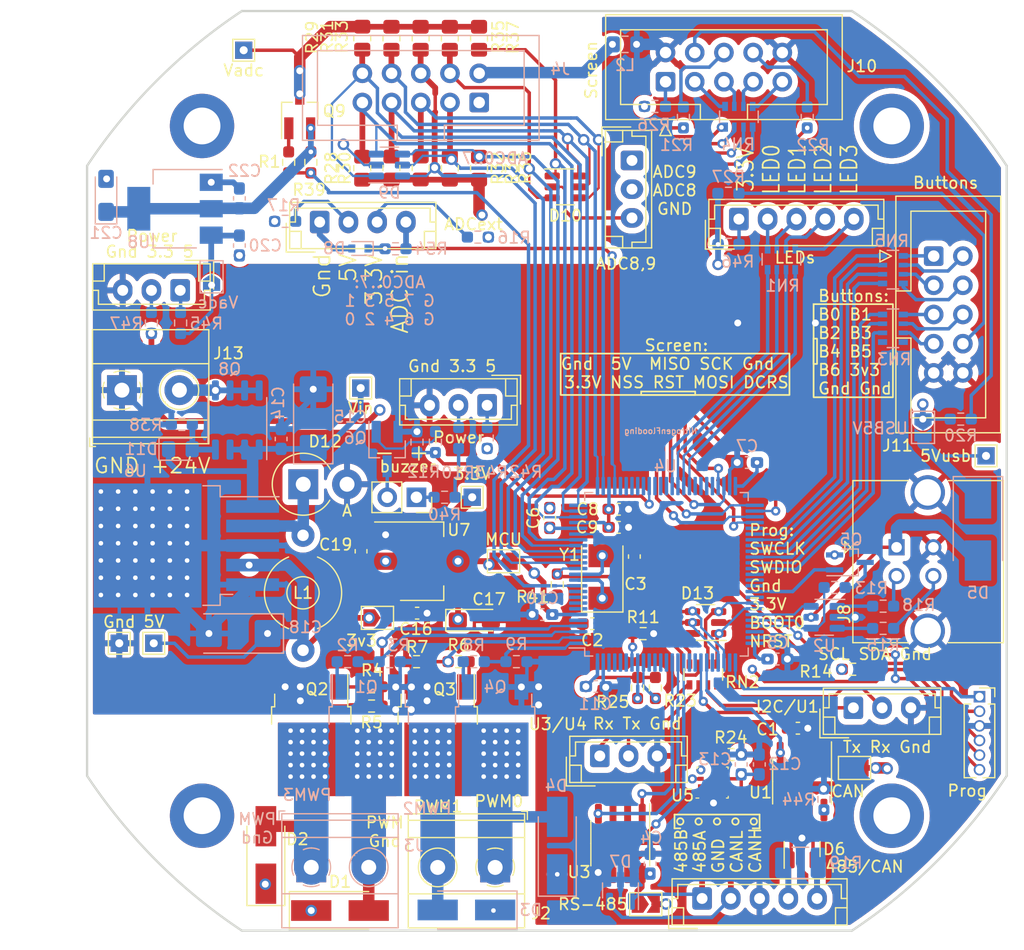
<source format=kicad_pcb>
(kicad_pcb (version 20221018) (generator pcbnew)
  (layers (0 "F.Cu" signal) (1 "In1.Cu" power "GND.Cu") (2 "In2.Cu" mixed "Mixed.Cu") (31 "B.Cu" signal) (34 "B.Paste" user) (35 "F.Paste" user) (36 "B.SilkS" user "B.Silkscreen") (37 "F.SilkS" user "F.Silkscreen") (38 "B.Mask" user) (39 "F.Mask" user) (44 "Edge.Cuts" user))
  (net 0 "")
  (net 1 "+3.3V")
  (net 2 "GND")
  (net 3 "/MCU/OSC_IN")
  (net 4 "/MCU/OSC_OUT")
  (net 5 "/MCU/NRST")
  (net 6 "/MCU/BOOT0")
  (net 7 "/MCU/MCU3v3")
  (net 8 "Net-(C14-Pad1)")
  (net 9 "Net-(C16-Pad1)")
  (net 10 "+5V")
  (net 11 "Net-(C20-Pad1)")
  (net 12 "GNDPWR")
  (net 13 "Net-(C21-Pad1)")
  (net 14 "Vdrive")
  (net 15 "Net-(D5-Pad1)")
  (net 16 "/MCU/VB")
  (net 17 "/MCU/CANL")
  (net 18 "/MCU/CANH")
  (net 19 "/MCU/ADC_EXT")
  (net 20 "/MCU/ADC0")
  (net 21 "/MCU/ADC2")
  (net 22 "/MCU/ADC4")
  (net 23 "/MCU/ADC6")
  (net 24 "/MCU/ADC8")
  (net 25 "/MCU/ADC9")
  (net 26 "/MCU/ADC7")
  (net 27 "/MCU/ADC5")
  (net 28 "/MCU/ADC3")
  (net 29 "/MCU/ADC1")
  (net 30 "Net-(D11-Pad2)")
  (net 31 "Net-(D12-Pad1)")
  (net 32 "Net-(J6-Pad2)")
  (net 33 "Net-(J6-Pad3)")
  (net 34 "/MCU/SWCLK")
  (net 35 "/MCU/SWDIO")
  (net 36 "Net-(J7-Pad4)")
  (net 37 "Net-(J8-Pad2)")
  (net 38 "Net-(J8-Pad3)")
  (net 39 "/MCU/485A")
  (net 40 "/MCU/485B")
  (net 41 "Net-(J10-Pad1)")
  (net 42 "Net-(J10-Pad3)")
  (net 43 "Net-(J10-Pad4)")
  (net 44 "Net-(J10-Pad5)")
  (net 45 "Net-(J10-Pad6)")
  (net 46 "Net-(J10-Pad7)")
  (net 47 "Net-(J10-Pad8)")
  (net 48 "Net-(J10-Pad9)")
  (net 49 "Net-(J11-Pad2)")
  (net 50 "Net-(J11-Pad4)")
  (net 51 "Net-(J11-Pad8)")
  (net 52 "Net-(Q1-Pad1)")
  (net 53 "Net-(Q2-Pad1)")
  (net 54 "Net-(Q3-Pad1)")
  (net 55 "Net-(Q4-Pad1)")
  (net 56 "/MCU/USB_PU")
  (net 57 "Net-(Q5-Pad3)")
  (net 58 "Net-(Q6-Pad1)")
  (net 59 "VADCon")
  (net 60 "+3.3VADC")
  (net 61 "PWM2")
  (net 62 "PWM3")
  (net 63 "PWM1")
  (net 64 "PWM0")
  (net 65 "/MCU/Buzzer")
  (net 66 "/MCU/USB_DP")
  (net 67 "Net-(R15-Pad2)")
  (net 68 "Net-(R18-Pad2)")
  (net 69 "/MCU/SPI2_MISO")
  (net 70 "/MCU/SPI2_SCK")
  (net 71 "/MCU/I2C1_SCL")
  (net 72 "Net-(R24-Pad2)")
  (net 73 "/MCU/I2C1_SDA")
  (net 74 "/MCU/BTN4")
  (net 75 "/MCU/BTN5")
  (net 76 "/MCU/BTN6")
  (net 77 "/MCU/SCRN_DCRS")
  (net 78 "/MCU/SPI2_MOSI")
  (net 79 "/MCU/SCRN_RST")
  (net 80 "/MCU/SPI2_NSS")
  (net 81 "/MCU/BTN0")
  (net 82 "/MCU/BTN1")
  (net 83 "/MCU/BTN2")
  (net 84 "/MCU/BTN3")
  (net 85 "/MCU/CAN_RX")
  (net 86 "/MCU/CAN_TX")
  (net 87 "/MCU/USB_DM")
  (net 88 "/MCU/U2Rx")
  (net 89 "/MCU/DE")
  (net 90 "/MCU/U2Tx")
  (net 113 "Net-(J18-Pad1)")
  (net 114 "Net-(J18-Pad2)")
  (net 115 "Net-(J18-Pad3)")
  (net 116 "Net-(J18-Pad4)")
  (net 117 "Net-(J18-Pad5)")
  (net 121 "/P2")
  (net 122 "/P3")
  (net 123 "/P1")
  (net 124 "/P0")
  (net 129 "Net-(C1-Pad2)")
  (net 130 "Net-(R44-Pad2)")
  (net 135 "Net-(Q9-Pad1)")
  (net 138 "Net-(J16-Pad1)")
  (net 139 "Net-(J11-Pad3)")
  (net 142 "Net-(J11-Pad1)")
  (net 143 "Net-(J11-Pad5)")
  (net 145 "Net-(C4-Pad2)")
  (net 146 "Net-(D8-Pad1)")
  (net 148 "Net-(J5-Pad1)")
  (net 149 "Net-(J5-Pad2)")
  (net 150 "Net-(J11-Pad6)")
  (net 151 "Net-(J11-Pad7)")
  (net 152 "Net-(J16-Pad2)")
  (net 153 "Net-(RN1-Pad4)")
  (net 154 "Net-(RN1-Pad3)")
  (net 155 "Net-(RN1-Pad2)")
  (net 156 "Net-(RN1-Pad1)")
  (net 157 "Net-(J12-Pad1)")
  (net 158 "Net-(J12-Pad2)")
  (net 159 "/MCU/Tx")
  (net 160 "/MCU/Rx")
  (net 161 "/MCU/SCL")
  (net 162 "/MCU/SDA")
  (net 163 "Net-(J14-Pad1)")
  (net 164 "Net-(J14-Pad2)")
  (net 165 "Net-(J15-Pad1)")
  (net 166 "Net-(J15-Pad2)")
  (footprint "MountingHole:MountingHole_3.2mm_M3_DIN965_Pad" (layer "F.Cu") (at 169 55)
    (fp_text reference "H1" hide)
    (fp_text value "MountingHole")
  )
  (footprint "Connector_JST:JST_EH_B3B-EH-A_1x03_P2.50mm_Vertical" (layer "F.Cu") (at 165.6588 105.6132)
    (fp_text reference "J15" hide)
    (fp_text value "I2C/U1")
  )
  (footprint "Package_TO_SOT_SMD:SOT-23_Handsoldering" (layer "F.Cu") (at 117.5 53.7 90)
    (fp_text reference "Q9")
    (fp_text value "SI2305")
  )
  (footprint "TestPoint:TestPoint_THTPad_1.5x1.5mm_Drill0.7mm" (layer "F.Cu") (at 122.8 77.8)
    (fp_text reference "TP2" hide)
    (fp_text value "Vin")
  )
  (footprint "Diode_THT:D_DO-201_P3.81mm_Vertical_AnodeUp" (layer "F.Cu") (at 117.805 86.166)
    (fp_text reference "D12")
    (fp_text value "1N5822")
  )
  (footprint "Connector_JST:JST_EH_B5B-EH-A_1x05_P2.50mm_Vertical" (layer "F.Cu") (at 152.5 122.2)
    (fp_text reference "J9" hide)
    (fp_text value "485/CAN")
  )
  (footprint "Resistor_SMD:R_0805_2012Metric_Pad1.20x1.40mm_HandSolder" (layer "F.Cu") (at 130.556 58.674 90)
    (fp_text reference "R34")
    (fp_text value "1k 0.1%")
  )
  (footprint "Connector_IDC:IDC-Header_2x05_P2.54mm_Vertical" (layer "F.Cu") (at 172.6475 66.32)
    (fp_text reference "J11")
    (fp_text value "IDC2.54_02x05")
  )
  (footprint "Package_SO:SO-8_3.9x4.9mm_P1.27mm" (layer "F.Cu") (at 145.3848 117.4083 -90)
    (fp_text reference "U3")
    (fp_text value "MAX3485")
  )
  (footprint "TestPoint:TestPoint_THTPad_1.5x1.5mm_Drill0.7mm" (layer "F.Cu") (at 112.6236 48.4124)
    (fp_text reference "TP6" hide)
    (fp_text value "Vadc")
  )
  (footprint "Connector_JST:JST_EH_B4B-EH-A_1x04_P2.50mm_Vertical" (layer "F.Cu") (at 119.2335 63.359)
    (fp_text reference "J6" hide)
    (fp_text value "ADCext")
  )
  (footprint "Resistor_SMD:R_0805_2012Metric_Pad1.20x1.40mm_HandSolder" (layer "F.Cu") (at 122.936 58.674 90)
    (fp_text reference "R28")
    (fp_text value "1k 0.1%")
  )
  (footprint "Diode_SMD:D_SMA_Handsoldering" (layer "F.Cu") (at 114.554 118.4148 90)
    (fp_text reference "D2")
    (fp_text value "SS14")
  )
  (footprint "Resistor_SMD:R_0603_1608Metric_Pad0.98x0.95mm_HandSolder" (layer "F.Cu") (at 147.3727 99.1616)
    (fp_text reference "R11")
    (fp_text value "10k")
  )
  (footprint "Package_TO_SOT_SMD:SOT-23-6" (layer "F.Cu") (at 152.8064 98.1964 180)
    (fp_text reference "D13")
    (fp_text value "SP0505BAHT")
  )
  (footprint "Package_TO_SOT_SMD:TO-252-2" (layer "F.Cu") (at 118.5 108 -90)
    (fp_text reference "Q2")
    (fp_text value "AOD4184")
  )
  (footprint "Package_TO_SOT_SMD:SOT-223-3_TabPin2" (layer "F.Cu") (at 128.1176 92.8624)
    (fp_text reference "U7")
    (fp_text value "LM1117-3.3")
  )
  (footprint "Package_LGA:Bosch_LGA-8_2.5x2.5mm_P0.65mm_ClockwisePinNumbering" (layer "F.Cu") (at 153.416 112.1156 90)
    (fp_text reference "U5")
    (fp_text value "BME280")
  )
  (footprint "Capacitor_SMD:C_0603_1608Metric_Pad1.08x0.95mm_HandSolder" (layer "F.Cu") (at 127.7112 97.3836)
    (fp_text reference "C16")
    (fp_text value "0.1")
  )
  (footprint "Resistor_SMD:R_0603_1608Metric_Pad0.98x0.95mm_HandSolder" (layer "F.Cu") (at 165.608 102.2604)
    (fp_text reference "R14")
    (fp_text value "6.8")
  )
  (footprint "Resistor_SMD:R_0805_2012Metric_Pad1.20x1.40mm_HandSolder" (layer "F.Cu") (at 130.556 47.371 -90)
    (fp_text reference "R35")
    (fp_text value "1k 0.1%")
  )
  (footprint "Crystal:Crystal_SMD_5032-2Pin_5.0x3.2mm" (layer "F.Cu") (at 143.8148 94.234 90)
    (fp_text reference "Y1")
    (fp_text value "NX5032GA-8MHz")
  )
  (footprint "Connector_JST:JST_EH_B3B-EH-A_1x03_P2.50mm_Vertical" (layer "F.Cu") (at 133.8 79.3 180)
    (fp_text reference "J5" hide)
    (fp_text value "Power")
  )
  (footprint "Resistor_SMD:R_0805_2012Metric_Pad1.20x1.40mm_HandSolder" (layer "F.Cu") (at 128.016 47.371 -90)
    (fp_text reference "R33")
    (fp_text value "1k 0.1%")
  )
  (footprint "Diode_SMD:D_SMA_Handsoldering" (layer "F.Cu") (at 121 123.25)
    (fp_text reference "D1")
    (fp_text value "SS14")
  )
  (footprint "TestPoint:TestPoint_THTPad_1.5x1.5mm_Drill0.7mm" (layer "F.Cu") (at 177.2 83.7)
    (fp_text reference "TP1" hide)
    (fp_text value "5Vusb")
  )
  (footprint "Package_TO_SOT_SMD:SOT-23-6" (layer "F.Cu") (at 140.6 60.3)
    (fp_text reference "D10")
    (fp_text value "SP0505BAHT")
  )
  (footprint "Jumper:SolderJumper-2_P1.3mm_Open_TrianglePad1.0x1.5mm" (layer "F.Cu") (at 124.2568 97.79)
    (fp_text reference "JP4" hide)
    (fp_text value "3v3")
  )
  (footprint "Resistor_SMD:R_0603_1608Metric_Pad0.98x0.95mm_HandSolder" (layer "F.Cu") (at 118.4656 58.166 -90)
    (fp_text reference "R39")
    (fp_text value "10k")
  )
  (footprint "Connector_PinSocket_2.54mm:PinSocket_1x02_P2.54mm_Vertical" (layer "F.Cu") (at 127.65 87.3 -90)
    (fp_text reference "J16" hide)
    (fp_text value "buzzer")
  )
  (footprint "Resistor_SMD:R_0805_2012Metric_Pad1.20x1.40mm_HandSolder" (layer "F.Cu") (at 133.096 58.674 90)
    (fp_text reference "R36")
    (fp_text value "1k 0.1%")
  )
  (footprint "Capacitor_SMD:C_0603_1608Metric_Pad1.08x0.95mm_HandSolder" (layer "F.Cu") (at 142.9512 98.298 180)
    (fp_text reference "C2")
    (fp_text value "6")
  )
  (footprint "TerminalBlock_Phoenix:TerminalBlock_Phoenix_MKDS-1,5-2_1x02_P5.00mm_Horizontal" (layer "F.Cu") (at 102.031 77.982)
    (fp_text reference "J13")
    (fp_text value "Screw_Terminal_01x02")
  )
  (footprint "Connector_JST:JST_EH_B3B-EH-A_1x03_P2.50mm_Vertical" (layer "F.Cu") (at 146.4 58 -90)
    (fp_text reference "J1" hide)
    (fp_text value "ADC8,9")
  )
  (footprint "TerminalBlock_Phoenix:TerminalBlock_Phoenix_MKDS-1,5-2_1x02_P5.00mm_Horizontal" (layer "F.Cu") (at 134.5 119.5 180)
    (fp_text reference "J2")
    (fp_text value "Screw_Terminal_01x02")
  )
  (footprint "Jumper:SolderJumper-2_P1.3mm_Open_TrianglePad1.0x1.5mm" (layer "F.Cu") (at 165.7604 110.8456)
    (fp_text reference "JP1" hide)
    (fp_text value "CAN")
  )
  (footprint "TestPoint:TestPoint_THTPad_1.5x1.5mm_Drill0.7mm" (layer "F.Cu") (at 104.8 100)
    (fp_text reference "TP4" hide)
    (fp_text value "5V")
  )
  (footprint "Connector_IDC:IDC-Header_2x05_P2.54mm_Vertical" (layer "F.Cu") (at 149.32 51.1525 90)
    (fp_text reference "J10")
    (fp_text value "IDC2.54_02x05")
  )
  (footprint "Resistor_SMD:R_0603_1608Metric_Pad0.98x0.95mm_HandSolder" (layer "F.Cu") (at 131.318 101.6)
    (fp_text reference "R6")
    (fp_text value "510")
  )
  (footprint "Capacitor_SMD:C_0603_1608Metric_Pad1.08x0.95mm_HandSolder" (layer "F.Cu") (at 122.8344 91.9988 90)
    (fp_text reference "C19")
    (fp_text value "0.1")
  )
  (footprint "MountingHole:MountingHole_3.2mm_M3_DIN965_Pad" (layer "F.Cu") (at 109 115)
    (fp_text reference "H3" hide)
    (fp_text value "MountingHole")
  )
  (footprint "Capacitor_SMD:C_0603_1608Metric_Pad1.08x0.95mm_HandSolder" (layer "F.Cu") (at 146.6088 92.456 90)
    (fp_text reference "C3")
    (fp_text value "6")
  )
  (footprint "Package_TO_SOT_SMD:TO-252-2" (layer "F.Cu") (at 129.5 108 -90)
    (fp_text reference "Q3")
    (fp_text value "AOD4184")
  )
  (footprint "Capacitor_SMD:C_0603_1608Metric_Pad1.08x0.95mm_HandSolder" (layer "F.Cu") (at 160.8328 107.3912 180)
    (fp_text reference "C1")
    (fp_text value "1u")
  )
  (footprint "Jumper:SolderJumper-2_P1.3mm_Open_TrianglePad1.0x1.5mm" (layer "F.Cu") (at 147.6 122.7)
    (fp_text reference "JP6" hide)
    (fp_text value "RS-485")
  )
  (footprint "Capacitor_SMD:C_0603_1608Metric_Pad1.08x0.95mm_HandSolder" (layer "F.Cu") (at 145.2372 89.916)
    (fp_text reference "C9")
    (fp_text value "1u")
  )
  (footprint "MountingHole:MountingHole_3.2mm_M3_DIN965_Pad" (layer "F.Cu") (at 169 115)
    (fp_text reference "H4" hide)
    (fp_text value "MountingHole")
  )
  (footprint "Resistor_SMD:R_0603_1608Metric_Pad0.98x0.95mm_HandSolder" (layer "F.Cu") (at 123.7488 103.7844 180)
    (fp_text reference "R4")
    (fp_text value "510")
  )
  (footprint "Resistor_SMD:R_Array_Convex_4x0603" (layer "F.Cu") (at 152.6032 102.7176 -90)
    (fp_text reference "RN2")
    (fp_text value "330")
  )
  (footprint "TestPoint:TestPoint_THTPad_1.5x1.5mm_Drill0.7mm" (layer "F.Cu") (at 101.8 100)
    (fp_text reference "TP3" hide)
    (fp_text value "Gnd")
  )
  (footprint "Capacitor_Tantalum_SMD:CP_EIA-3216-18_Kemet-A_Pad1.58x1.35mm_HandSolder" (layer "F.Cu") (at 132.6896 97.9932)
    (fp_text reference "C17")
    (fp_text value "47u 6V")
  )
  (footprint "TestPoint:TestPoint_THTPad_1.5x1.5mm_Drill0.7mm" (layer "F.Cu") (at 132.5 87.3)
    (fp_text reference "TP5" hide)
    (fp_text value "3.3V")
  )
  (footprint "Resistor_SMD:R_0603_1608Metric_Pad0.98x0.95mm_HandSolder" (layer "F.Cu") (at 155.0162 109.6772 180)
    (fp_text reference "R24")
    (fp_text value "330")
  )
  (footprint "Connector_JST:JST_EH_B5B-EH-A_1x05_P2.50mm_Vertical" (layer "F.Cu") (at 155.7 63.1)
    (fp_text reference "J18" hide)
    (fp_text value "LEDs")
  )
  (footprint "Resistor_SMD:R_0603_1608Metric_Pad0.98x0.95mm_HandSolder" (layer "F.Cu") (at 127.6604 101.6 180)
    (fp_text reference "R7")
    (fp_text value "10k")
  )
  (footprint "Resistor_SMD:R_0603_1608Metric_Pad0.98x0.95mm_HandSolder" (layer "F.Cu") (at 123.7488 105.4608 180)
    (fp_text reference "R5")
    (fp_text value "10k")
  )
  (footprint "Resistor_SMD:R_0805_2012Metric_Pad1.20x1.40mm_HandSolder" (layer "F.Cu") (at 125.476 58.658 90)
    (fp_text reference "R30")
    (fp_text value "1k 0.1%")
  )
  (footprint "Connector_JST:JST_EH_B3B-EH-A_1x03_P2.50mm_Vertical" (layer "F.Cu") (at 143.6 109.8)
    (fp_text reference "J14" hide)
    (fp_text value "U3/U4")
  )
  (footprint "Resistor_SMD:R_0603_1608Metric_Pad0.98x0.95mm_HandSolder" (layer "F.Cu") (at 116.5352 58.166 -90)
    (fp_text reference "R1")
    (fp_text value "330")
  )
  (footprint "Capacitor_SMD:C_0603_1608Metric_Pad1.08x0.95mm_HandSolder" (layer "F.Cu") (at 139.2428 89.1021 90)
    (fp_text reference "C6")
    (fp_text value "0.1")
  )
  (footprint "Resistor_SMD:R_0603_1608Metric_Pad0.98x0.95mm_HandSolder" (layer "F.Cu") (at 139.9032 94.8925 -90)
    (fp_text reference "R41")
    (fp_text value "10k")
  )
  (footprint "Package_SO:SOIC-8_3.9x4.9mm_P1.27mm" (layer "F.Cu") (at 161.195 112.025 -90)
    (fp_text reference "U1")
    (fp_text value "MCP2551-I-SN")
  )
  (footprint "Inductor_THT:L_Toroid_Horizontal_D6.5mm_P10.00mm_Diameter7-5mm_Amidon-T25" (layer "F.Cu") (at 117.785 100.611 90)
    (fp_text reference "L1")
    (fp_text value "100u")
  )
  (footprint "Resistor_SMD:R_0805_2012Metric_Pad1.20x1.40mm_HandSolder" (layer "F.Cu") (at 133.096 47.371 -90)
    (fp_text reference "R37")
    (fp_text value "1k 0.1%")
  )
  (footprint "Resistor_SMD:R_0603_1608Metric_Pad0.98x0.95mm_HandSolder" (layer "F.Cu") (at 146.8882 103.8879 -90)
    (fp_text reference "R25")
    (fp_text value "4k7")
  )
  (footprint "Connector_PinSocket_1.27mm:PinSocket_1x06_P1.27mm_Vertical" (layer "F.Cu") (at 176.6316 104.648)
    (fp_text reference "J7" hide)
    (fp_text value "Prog")
  )
  (footprint "Connector_USB:USB_B_TE_5787834_Vertical" (layer "F.Cu") (at 169.4175 91.65 90)
    (fp_text reference "J8")
    (fp_text value "USB_B")
  )
  (footprint "Package_TO_SOT_SMD:SOT-23" (layer "F.Cu") (at 161.2 117.9 90)
    (fp_text reference "D6")
    (fp_text value "PESD1CAN")
  )
  (footprint "Capacitor_SMD:C_0603_1608Metric_Pad1.08x0.95mm_HandSolder" (layer "F.Cu") (at 145.2372 88.3412)
    (fp_text reference "C8")
    (fp_text value "0.1")
  )
  (footprint "MountingHole:MountingHole_3.2mm_M3_DIN965_Pad" (layer "F.Cu") (at 109 55)
    (fp_text reference "H2" hide)
    (fp_text value "MountingHole")
  )
  (footprint "Resistor_SMD:R_0603_1608Metric_Pad0.98x0.95mm_HandSolder" (layer "F.Cu") (at 148.4376 103.8879 -90)
    (fp_text reference "R23")
    (fp_text value "4k7")
  )
  (footprint "Connector_JST:JST_EH_B3B-EH-A_1x03_P2.50mm_Vertical" (layer "F.Cu") (at 107.1 69.3 180)
    (fp_text reference "J12" hide)
    (fp_text value "Power")
  )
  (footprint "Resistor_SMD:R_0805_2012Metric_Pad1.20x1.40mm_HandSolder" (layer "F.Cu") (at 128.016 58.658 90)
    (fp_text reference "R32")
    (fp_text value "1k 0.1%")
  )
  (footprint "Resistor_SMD:R_0805_2012Metric_Pad1.20x1.40mm_HandSolder" (layer "F.Cu") (at 122.936 47.3616 -90)
    (fp_text reference "R29")
    (fp_text value "1k 0.1%")
  )
  (footprint "Resistor_SMD:R_0805_2012Metric_Pad1.20x1.40mm_HandSolder" (layer "F.Cu") (at 125.476 47.371 -90)
    (fp_text reference "R31")
    (fp_text value "1k 0.1%")
  )
  (footprint "Jumper:SolderJumper-2_P1.3mm_Open_TrianglePad1.0x1.5mm" (layer "F.Cu") (at 135.2296 92.8624 180)
    (fp_text reference "JP3" hide)
    (fp_text value "MCU")
  )
  (footprint "Resistor_SMD:R_0603_1608Metric_Pad0.98x0.95mm_HandSolder" (layer "B.Cu") (at 132.6388 101.6 180)
    (fp_text reference "R8")
    (fp_text value "510")
  )
  (footprint "TerminalBlock_Phoenix:TerminalBlock_Phoenix_MKDS-1,5-2_1x02_P5.00mm_Horizontal" (layer "B.Cu") (at 118.5 119.49)
    (fp_text reference "J3")
    (fp_text value "Screw_Terminal_01x02")
  )
  (footprint "Resistor_SMD:R_0603_1608Metric_Pad0.98x0.95mm_HandSolder" (layer "B.Cu") (at 125.8316 65.6844)
    (fp_text reference "R54")
    (fp_text value "330")
  )
  (footprint "Resistor_SMD:R_0603_1608Metric_Pad0.98x0.95mm_HandSolder" (layer "B.Cu") (at 163.1 113.5744 -90)
    (fp_text reference "R44")
    (fp_text value "4k7")
  )
  (footprint "Capacitor_SMD:C_0603_1608Metric_Pad1.08x0.95mm_HandSolder" (layer "B.Cu") (at 147.9804 119.1779 -90)
    (fp_text reference "C4")
    (fp_text value "1u")
  )
  (footprint "Capacitor_SMD:C_0603_1608Metric_Pad1.08x0.95mm_HandSolder" (layer "B.Cu") (at 156.4132 84.2772 180)
    (fp_text reference "C7")
    (fp_text value "0.1")
  )
  (footprint "Resistor_SMD:R_0603_1608Metric_Pad0.98x0.95mm_HandSolder" (layer "B.Cu") (at 121.666 101.6 180)
    (fp_text reference "R2")
    (fp_text value "510")
  )
  (footprint "Resistor_SMD:R_0603_1608Metric_Pad0.98x0.95mm_HandSolder" (layer "B.Cu") (at 164.0313 95.1484)
    (fp_text reference "R13")
    (fp_text value "1k5")
  )
  (footprint "Package_QFP:LQFP-100_14x14mm_P0.5mm" (layer "B.Cu") (at 149.4 94)
    (fp_text reference "U4")
    (fp_text value "STM32F302VBTx")
  )
  (footprint "Capacitor_Tantalum_SMD:CP_EIA-6032-28_Kemet-C_Pad2.25x2.35mm_HandSolder" (layer "B.Cu") (at 118.674 80.451 90)
    (fp_text reference "C15")
    (fp_text value "47u 35V")
  )
  (footprint "Resistor_SMD:R_0603_1608Metric_Pad0.98x0.95mm_HandSolder" (layer "B.Cu") (at 161.6456 54.2544 90)
    (fp_text reference "R22")
    (fp_text value "330")
  )
  (footprint "Resistor_SMD:R_0603_1608Metric_Pad0.98x0.95mm_HandSolder" (layer "B.Cu") (at 116.2304 63.2968)
    (fp_text reference "R17")
    (fp_text value "6.8")
  )
  (footprint "Capacitor_SMD:C_0603_1608Metric_Pad1.08x0.95mm_HandSolder" (layer "B.Cu") (at 112.25 61.3 90)
    (fp_text reference "C22")
    (fp_text value "0.1")
  )
  (footprint "Resistor_SMD:R_0603_1608Metric_Pad0.98x0.95mm_HandSolder" (layer "B.Cu") (at 107.244 80.959 180)
    (fp_text reference "R38")
    (fp_text value "4k7")
  )
  (footprint "Resistor_SMD:R_0603_1608Metric_Pad0.98x0.95mm_HandSolder" (layer "B.Cu") (at 104.5972 72.136 90)
    (fp_text reference "R47")
    (fp_text value "6.8")
  )
  (footprint "Resistor_SMD:R_0603_1608Metric_Pad0.98x0.95mm_HandSolder" (layer "B.Cu") (at 148.4 53.3 180)
    (fp_text reference "R26")
    (fp_text value "6.8")
  )
  (footprint "Resistor_SMD:R_Array_Convex_4x0603" (layer "B.Cu") (at 169.1 72.6 180)
    (fp_text reference "RN3")
    (fp_text value "330")
  )
  (footprint "Jumper:SolderJumper-2_P1.3mm_Open_TrianglePad1.0x1.5mm" (layer "B.Cu") (at 109.8296 68.1228 90)
    (fp_text reference "JP5" hide)
    (fp_text value "Vadc")
  )
  (footprint "Diode_SMD:D_SOD-523" (layer "B.Cu") (at 122.7328 65.659 180)
    (fp_text reference "D8")
    (fp_text value "CESD3v3")
  )
  (footprint "Resistor_SMD:R_0603_1608Metric_Pad0.98x0.95mm_HandSolder" (layer "B.Cu") (at 125.3236 101.6)
    (fp_text reference "R3")
    (fp_text value "10k")
  )
  (footprint "Resistor_SMD:R_0603_1608Metric_Pad0.98x0.95mm_HandSolder" (layer "B.Cu") (at 154.8 65.3)
    (fp_text reference "R46")
    (fp_text value "6.8")
  )
  (footprint "Package_TO_SOT_SMD:SOT-223-3_TabPin2" (layer "B.Cu") (at 106.65 62.2 180)
    (fp_text reference "U8")
    (fp_text value "LM1117-3.3")
  )
  (footprint "Package_TO_SOT_SMD:SOT-23_Handsoldering" (layer "B.Cu") (at 125.1 83.1 -90)
    (fp_text reference "Q6")
    (fp_text value "SI2300")
  )
  (footprint "Resistor_SMD:R_0603_1608Metric_Pad0.98x0.95mm_HandSolder" (layer "B.Cu") (at 168.2496 96.774 180)
    (fp_text reference "R18")
    (fp_text value "22")
  )
  (footprint "Connector_IDC:IDC-Header_2x05_P2.54mm_Vertical" (layer "B.Cu") (at 133.11 52.96 90)
    (fp_text reference "J4")
    (fp_text value "IDC2.54_02x05")
  )
  (footprint "Resistor_SMD:R_Array_Convex_4x0603" (layer "B.Cu") (at 169.1 67.5)
    (fp_text reference "RN5")
    (fp_text value "330")
  )
  (footprint "Jumper:SolderJumper-2_P1.3mm_Open_TrianglePad1.0x1.5mm" (layer "B.Cu") (at 171.7175 81.2172 -90)
    (fp_text reference "JP2" hide)
    (fp_text value "USB5V")
  )
  (footprint "Package_TO_SOT_SMD:SOT-23" (layer "B.Cu") (at 145.4 121.5 90)
    (fp_text reference "D7")
    (fp_text value "PESD1CAN")
  )
  (footprint "Resistor_SMD:R_0603_1608Metric_Pad0.98x0.95mm_HandSolder" (layer "B.Cu") (at 136.3472 101.6)
    (fp_text reference "R9")
    (fp_text value "10k")
  )
  (footprint "Resistor_SMD:R_Array_Convex_4x0603" (layer "B.Cu") (at 159.4 66.6 90)
    (fp_text reference "RN1")
    (fp_text value "330")
  )
  (footprint "Capacitor_SMD:C_0603_1608Metric_Pad1.08x0.95mm_HandSolder" (layer "B.Cu") (at 138.6 97.5 180)
    (fp_text reference "C10")
    (fp_text value "0.1")
  )
  (footprint "Package_SO:SO-8_3.9x4.9mm_P1.27mm" (layer "B.Cu") (at 112.07 80.578 90)
    (fp_text reference "Q8")
    (fp_text value "IRF9310")
  )
  (footprint "Capacitor_Tantalum_SMD:CP_EIA-6032-28_Kemet-C_Pad2.25x2.35mm_HandSolder" (layer "B.Cu") (at 112.15 99.15 180)
    (fp_text reference "C18")
    (fp_text value "47u 10V")
  )
  (footprint "Resistor_SMD:R_0603_1608Metric_Pad0.98x0.95mm_HandSolder" (layer "B.Cu") (at 154.7876 60.8584 180)
    (fp_text reference "R27")
    (fp_text value "6.8")
  )
  (footprint "Resistor_SMD:R_1210_3225Metric_Pad1.30x2.65mm_HandSolder" (layer "B.Cu") (at 161.05 119.1 180)
    (fp_text reference "R19")
    (fp_text value "120")
  )
  (footprint "Resistor_SMD:R_0603_1608Metric_Pad0.98x0.95mm_HandSolder" (layer "B.Cu") (at 131.318 82.1417 90)
    (fp_text reference "R43")
    (fp_text value "6.8")
  )
  (footprint "Capacitor_SMD:C_0603_1608Metric_Pad1.08x0.95mm_HandSolder" (layer "B.Cu") (at 155.9052 110.5408 90)
    (fp_text reference "C13")
    (fp_text value "0.1")
  )
  (footprint "Package_TO_SOT_SMD:SOT-23-6" (layer "B.Cu") (at 163.1188 97.7392 180)
    (fp_text reference "U2")
    (fp_text value "USBLC6-2SC6")
  )
  (footprint "Package_TO_SOT_SMD:TO-263-5_TabPin3" (layer "B.Cu") (at 107.625 91.5 180)
    (fp_text reference "U6")
    (fp_text value "LM2576HVS-5")
  )
  (footprint "Diode_SMD:D_SMA_Handsoldering" (layer "B.Cu") (at 132 123.2 180)
    (fp_text reference "D3")
    (fp_text value "SS14")
  )
  (footprint "Resistor_SMD:R_0603_1608Metric_Pad0.98x0.95mm_HandSolder" (layer "B.Cu") (at 150.876 54.2544 90)
    (fp_text reference "R21")
    (fp_text value "330")
  )
  (footprint "Resistor_SMD:R_0603_1608Metric_Pad0.98x0.95mm_HandSolder" (layer "B.Cu") (at 129.3 82.5 -90)
    (fp_text reference "R10")
    (fp_text value "330")
  )
  (footprint "Resistor_SMD:R_0603_1608Metric_Pad0.98x0.95mm_HandSolder" (layer "B.Cu") (at 133.8072 82.1436 90)
    (fp_text reference "R42")
    (fp_text value "6.8")
  )
  (footprint "Capacitor_SMD:C_0603_1608Metric_Pad1.08x0.95mm_HandSolder" (layer "B.Cu") (at 112.25 65.4 -90)
    (fp_text reference "C20")
    (fp_text value "0.1")
  )
  (footprint "Diode_SMD:D_0805_2012Metric_Pad1.15x1.40mm_HandSolder" (layer "B.Cu") (at 107.117 83.118)
    (fp_text reference "D11")
    (fp_text value "MM3Z7V5")
  )
  (footprint "Inductor_SMD:L_0805_2012Metric_Pad1.15x1.40mm_HandSolder" (layer "B.Cu") (at 145.8 47.9 180)
    (fp_text reference "L2")
    (fp_text value "2.5k@100MHz")
  )
  (footprint "Resistor_SMD:R_0603_1608Metric_Pad0.98x0.95mm_HandSolder" (layer "B.Cu") (at 168.2496 98.7044 180)
    (fp_text reference "R15")
    (fp_text value "22")
  )
  (footprint "Capacitor_Tantalum_SMD:CP_EIA-3216-18_Kemet-A_Pad1.58x1.35mm_HandSolder" (layer "B.Cu") (at 100.65 61.0375 90)
    (fp_text reference "C21")
    (fp_text value "47u 6V")
  )
  (footprint "Package_TO_SOT_SMD:TO-252-2" (layer "B.Cu") (at 134.5 108 -90)
    (fp_text reference "Q4")
    (fp_text value "AOD4184")
  )
  (footprint "Resistor_SMD:R_0603_1608Metric_Pad0.98x0.95mm_HandSolder" (layer "B.Cu") (at 107.1372 72.136 90)
    (fp_text reference "R45")
    (fp_text value "6.8")
  )
  (footprint "Package_TO_SOT_SMD:TO-252-2" (layer "B.Cu") (at 123.5 108 -90)
    (fp_text reference "Q1")
    (fp_text value "AOD4184")
  )
  (footprint "Resistor_SMD:R_0603_1608Metric_Pad0.98x0.95mm_HandSolder" (layer "B.Cu") (at 175 80.5)
    (fp_text reference "R20")
    (fp_text value "6.8")
  )
  (footprint "Diode_SMD:D_SMA_Handsoldering" (layer "B.Cu") (at 139.9 117.6 90)
    (fp_text reference "D4")
    (fp_text value "SS14")
  )
  (footprint "Capacitor_SMD:C_0603_1608Metric_Pad1.08x0.95mm_HandSolder" (layer "B.Cu") (at 143.256 103.759)
    (fp_text reference "C11")
    (fp_text value "0.1")
  )
  (footprint "Capacitor_SMD:C_0603_1608Metric_Pad1.08x0.95mm_HandSolder" (layer "B.Cu") (at 159.0548 101.3714)
    (fp_text reference "C5")
    (fp_text value "0.1")
  )
  (footprint "Resistor_SMD:R_0603_1608Metric_Pad0.98x0.95mm_HandSolder" (layer "B.Cu") (at 130.1 87.3 180)
    (fp_text reference "R40")
    (fp_text value "6.8")
  )
  (footprint "Package_TO_SOT_SMD:SOT-23-6" (layer "B.Cu") (at 125.3 58.4)
    (fp_text reference "D9")
    (fp_text value "SP0505BAHT")
  )
  (footprint "Resistor_SMD:R_0603_1608Metric_Pad0.98x0.95mm_HandSolder" (layer "B.Cu") (at 127.7 82.5 90)
    (fp_text reference "R12")
    (fp_text value "10k")
  )
  (footprint "Resistor_SMD:R_Array_Convex_4x0603" (layer "B.Cu") (at 155.7 54.2 90)
    (fp_text reference "RN4")
    (fp_text value "330")
  )
  (footprint "Resistor_SMD:R_0603_1608Metric_Pad0.98x0.95mm_HandSolder" (layer "B.Cu") (at 132.9963 64.6684 180)
    (fp_text reference "R16")
    (fp_text value "6.8")
  )
  (footprint "Package_TO_SOT_SMD:SOT-323_SC-70_Handsoldering" (layer "B.Cu") (at 165.354 92.964)
    (fp_text reference "Q5")
    (fp_text value "DTA114Y")
  )
  (footprint "Capacitor_SMD:C_0603_1608Metric_Pad1.08x0.95mm_HandSolder" (layer "B.Cu") (at 115.88 82.229 90)
    (fp_text reference "C14")
    (fp_text value "0.1")
  )
  (footprint "Diode_SMD:D_SMB_Handsoldering" (layer "B.Cu") (at 176.5 90.1 -90)
    (fp_text reference "D5")
    (fp_text value "MBRS130L")
  )
  (footprint "Capacitor_SMD:C_0603_1608Metric_Pad1.08x0.95mm_HandSolder" (layer "B.Cu") (at 157.48 110.5408 90)
    (fp_text reference "C12")
    (fp_text value "1u")
  )
  (gr_rect (start 162.2 73.5) (end 162.5 75.7) (stroke (width 0.15)) (fill none) (layer "F.SilkS"))
  (gr_line (start 150.1 116.1) (end 150.1 114.9) (stroke (width 0.15)) (layer "F.SilkS"))
  (gr_circle (center 153.8 115.5) (end 154 115.7) (stroke (width 0.15)) (fill none) (layer "F.SilkS"))
  (gr_circle (center 150.6 115.5) (end 150.8 115.7) (stroke (width 0.15)) (fill none) (layer "F.SilkS"))
  (gr_line (start 157.5 116.1) (end 156.9 116.1) (stroke (width 0.15)) (layer "F.SilkS"))
  (gr_circle (center 155.4 115.5) (end 155.6 115.7) (stroke (width 0.15)) (fill none) (layer "F.SilkS"))
  (gr_line (start 150.1 114.9) (end 157.5 114.9) (stroke (width 0.15)) (layer "F.SilkS"))
  (gr_rect (start 162.2 70.5) (end 169.1 78.6) (stroke (width 0.15)) (fill none) (layer "F.SilkS"))
  (gr_rect (start 140.2 74.8) (end 160.1 78.4) (stroke (width 0.15)) (fill none) (layer "F.SilkS"))
  (gr_circle (center 152.2 115.5) (end 152.4 115.7) (stroke (width 0.15)) (fill none) (layer "F.SilkS"))
  (gr_rect (start 147.2 78.1) (end 151.9 78.4) (stroke (width 0.15)) (fill none) (layer "F.SilkS"))
  (gr_circle (center 157 115.5) (end 157.2 115.7) (stroke (width 0.15)) (fill none) (layer "F.SilkS"))
  (gr_line (start 157.5 114.9) (end 157.5 116.1) (stroke (width 0.15)) (layer "F.SilkS"))
  (gr_line (start 150.6 116.1) (end 150.1 116.1) (stroke (width 0.15)) (layer "F.SilkS"))
  (gr_line locked (start 165.532978 125.00002) (end 112.466982 125.00002) (stroke (width 0.2)) (layer "Edge.Cuts"))
  (gr_line locked (start 112.466982 45.00002) (end 165.532978 45.00002) (stroke (width 0.2)) (layer "Edge.Cuts"))
  (gr_arc locked (start 112.466982 125.00002) (mid 105.058421 118.941579) (end 98.99998 111.533018) (stroke (width 0.2)) (layer "Edge.Cuts"))
  (gr_arc locked (start 165.532978 45.00002) (mid 172.941539 51.058461) (end 178.99998 58.467022) (stroke (width 0.2)) (layer "Edge.Cuts"))
  (gr_arc locked (start 178.99998 111.533018) (mid 172.941539 118.941579) (end 165.532978 125.00002) (stroke (width 0.2)) (layer "Edge.Cuts"))
  (gr_line locked (start 178.99998 58.467022) (end 178.99998 111.533018) (stroke (width 0.2)) (layer "Edge.Cuts"))
  (gr_arc locked (start 98.99998 58.467022) (mid 105.058421 51.058461) (end 112.466982 45.00002) (stroke (width 0.2)) (layer "Edge.Cuts"))
  (gr_line locked (start 98.99998 111.533018) (end 98.99998 58.467022) (stroke (width 0.2)) (layer "Edge.Cuts"))
  (gr_text "PWM2" (at 128.57 114.39) (layer "B.SilkS") (effects (font (size 1 1)) (justify mirror)))
  (gr_text "ADC0..7:\nG 7 5 3 1\nG 6 4 2 0" (at 125.3236 70.2056) (layer "B.SilkS") (effects (font (size 1 1)) (justify mirror)))
  (gr_text "PWM3" (at 118.15 113.19) (layer "B.SilkS") (effects (font (size 1 1)) (justify mirror)))
  (gr_text "ADC0..7" (at 134.4676 57.8104) (layer "B.SilkS") (effects (font (size 1 1)) (justify mirror)))
  (gr_text "PWM\nGnd" (at 113.8 116.1) (layer "B.SilkS") (effects (font (size 1 1)) (justify mirror)))
  (gr_text "NitrogenFlooding" (at 148.8948 81.534) (layer "B.SilkS") (effects (font (size 0.5 0.5) (thickness 0.1)) (justify mirror)))
  (gr_text "Gnd\n5V\n3.3V\nADC in" (at 122.83 65.97 90) (layer "F.SilkS") (effects (font (size 1.4 1.4)) (justify right)))
  (gr_text "PWM\nGnd" (at 124.9 116.4) (layer "F.SilkS") (effects (font (size 1 1))))
  (gr_text "GND +24V" (at 104.6734 84.5566) (layer "F.SilkS") (effects (font (size 1.3 1.3))))
  (gr_text "Buttons:\nB0 B1\nB2 B3\nB4 B5\nB6 3v3\nGnd Gnd" (at 162.5092 73.8124) (layer "F.SilkS") (effects (font (size 1 1)) (justify left)))
  (gr_text "Tx Rx Gnd" (at 168.6052 109.0168) (layer "F.SilkS") (effects (font (size 1 1))))
  (gr_text "ADC9\nADC8\nGND" (at 150.114 60.6044) (layer "F.SilkS") (effects (font (size 1 1))))
  (gr_text "485B\n485A\nGND\nCANL\nCANH" (at 153.9 120.1 90) (layer "F.SilkS") (effects (font (size 1 1)) (justify left)))
  (gr_text "Rx Tx Gnd" (at 146.8628 106.9848) (layer "F.SilkS") (effects (font (size 1 1))))
  (gr_text "Buttons" (at 173.6852 59.944) (layer "F.SilkS") (effects (font (size 1 1))))
  (gr_text "- +" (at 126.365 83.3628) (layer "F.SilkS") (effects (font (size 1.5 1.5))))
  (gr_text "3.3V\nLED0\nLED1\nLED2\nLED3" (at 160.782 58.7756 90) (layer "F.SilkS") (effects (font (size 1.4 1.2))))
  (gr_text "Screen:\nGnd  5V  MISO SCK Gnd  \n3.3V NSS RST MOSI DCRS" (at 150.2664 75.692) (layer "F.SilkS") (effects (font (size 1 1))))
  (gr_text "Gnd 3.3 5" (at 104.4448 65.9384) (layer "F.SilkS") (effects (font (size 1 1))))
  (gr_text "PWM0" (at 134.8232 113.7412) (layer "F.SilkS") (effects (font (size 1 1))))
  (gr_text "PWM1" (at 129.54 114.1984) (layer "F.SilkS") (effects (font (size 1 1))))
  (gr_text "Gnd 3.3 5" (at 130.7592 75.8952) (layer "F.SilkS") (effects (font (size 1 1))))
  (gr_text "Screen" (at 142.8496 50.1396 90) (layer "F.SilkS") (effects (font (size 1 1))))
  (gr_text "SCL SDA Gnd" (at 167.5384 100.9396) (layer "F.SilkS") (effects (font (size 1 1))))
  (gr_text "Prog:\nSWCLK\nSWDIO\nGnd\n3.3V\nBOOT0\nNRST" (at 156.5148 94.996) (layer "F.SilkS") (effects (font (size 1 1)) (justify left)))
  (segment (start 149.334 122.7) (end 149.352 122.682) (width 0.5) (layer "F.Cu") (net 1))
  (segment (start 134.5046 92.8624) (end 131.2676 92.8624) (width 0.5) (layer "F.Cu") (net 1))
  (segment (start 131.2521 97.9212) (end 131.2676 97.9057) (width 0.5) (layer "F.Cu") (net 1))
  (segment (start 124.46 79.7052) (end 123.4948 80.6704) (width 0.5) (layer "F.Cu") (net 1))
  (segment (start 123.4948 80.6704) (end 105.918 80.6704) (width 0.5) (layer "F.Cu") (net 1))
  (segment (start 105.918 80.6704) (end 104.5972 79.3496) (width 0.5) (layer "F.Cu") (net 1))
  (segment (start 133.661024 92.8624) (end 133.958062 93.159438) (width 0.5) (layer "F.Cu") (net 1))
  (segment (start 122.8344 92.8613) (end 124.9665 92.8613) (width 0.5) (layer "F.Cu") (net 1))
  (segment (start 131.2676 92.8624) (end 133.661024 92.8624) (width 0.5) (layer "F.Cu") (net 1))
  (segment (start 104.5972 79.3496) (end 104.5972 73.0485) (width 0.5) (layer "F.Cu") (net 1))
  (segment (start 124.9665 92.8613) (end 124.9676 92.8624) (width 0.5) (layer "F.Cu") (net 1))
  (segment (start 131.2676 92.8624) (end 131.2676 97.9777) (width 0.5) (layer "F.Cu") (net 1))
  (segment (start 148.325 122.7) (end 149.334 122.7) (width 0.5) (layer "F.Cu") (net 1))
  (segment (start 131.2676 97.9777) (end 131.2521 97.9932) (width 0.5) (layer "F.Cu") (net 1))
  (segment (start 131.2676 92.8624) (end 131.2676 88.5324) (width 1) (layer "F.Cu") (net 1))
  (segment (start 124.9676 92.8624) (end 131.2676 92.8624) (width 0.5) (layer "F.Cu") (net 1))
  (segment (start 131.2676 88.5324) (end 132.5 87.3) (width 1) (layer "F.Cu") (net 1))
  (segment (start 131.2521 97.9932) (end 131.2521 97.9212) (width 0.5) (layer "F.Cu") (net 1))
  (via (at 147.4875 53.3) (size 1) (drill 0.6) (layers "F.Cu" "B.Cu") (net 1))
  (via (at 124.46 79.7052) (size 1) (drill 0.6) (layers "F.Cu" "B.Cu") (net 1))
  (via (at 133.958062 93.159438) (size 1) (drill 0.6) (layers "F.Cu" "B.Cu") (net 1))
  (via (at 133.9088 64.6684) (size 1) (drill 0.6) (layers "F.Cu" "B.Cu") (net 1))
  (via (at 104.5972 73.0485) (size 1) (drill 0.6) (layers "F.Cu" "B.Cu") (net 1))
  (via (at 153.8875 67.0417) (size 1) (drill 0.6) (layers "F.Cu" "B.Cu") (net 1))
  (via (at 149.352 122.682) (size 1) (drill 0.6) (layers "F.Cu" "B.Cu") (net 1))
  (via (at 124.9676 92.8624) (size 1) (drill 0.6) (layers "F.Cu" "B.Cu") (net 1))
  (via (at 153.8875 65.3) (size 0.8) (drill 0.4) (layers "F.Cu" "B.Cu") (net 1))
  (via (at 131.2676 92.8624) (size 1) (drill 0.6) (layers "F.Cu" "B.Cu") (net 1))
  (via (at 131.2676 97.9057) (size 1) (drill 0.6) (layers "F.Cu" "B.Cu") (net 1))
  (segment (start 153.8751 65.2751) (end 153.9 65.3) (width 1) (layer "B.Cu") (net 1))
  (segment (start 131.0125 87.3) (end 131.0125 85.7511) (width 0.3) (layer "B.Cu") (net 1))
  (segment (start 132.5 87.3) (end 131.0125 87.3) (width 0.3) (layer "B.Cu") (net 1))
  (segment (start 131.318 83.0542) (end 131.318 85.4456) (width 0.3) (layer "B.Cu") (net 1))
  (segment (start 153.8875 65.3) (end 153.8875 67.0417) (width 0.5) (layer "B.Cu") (net 1))
  (segment (start 153.8875 65.3) (end 153.9 65.3) (width 1) (layer "B.Cu") (net 1))
  (segment (start 153.8751 60.8584) (end 153.8751 65.2751) (width 0.5) (layer "B.Cu") (net 1))
  (segment (start 131.0125 85.7511) (end 131.318 85.4456) (width 0.3) (layer "B.Cu") (net 1))
  (segment (start 142.0887 98.298) (end 138.5316 98.298) (width 0.3) (layer "F.Cu") (net 2))
  (segment (start 137.7188 97.4852) (end 134.6351 97.4852) (width 0.5) (layer "F.Cu") (net 2))
  (segment (start 143.4798 119.9594) (end 143.4592 119.9388) (width 0.3) (layer "F.Cu") (net 2))
  (segment (start 153.4922 113.8936) (end 153.4922 112.8522) (width 0.3) (layer "F.Cu") (net 2))
  (segment (start 161.83 107.5259) (end 161.6953 107.3912) (width 0.5) (layer "F.Cu") (net 2))
  (segment (start 116.22 103.8) (end 116.22 103.7948) (width 1) (layer "F.Cu") (net 2))
  (segment (start 146.0997 88.3412) (end 146.0997 89.916) (width 0.3) (layer "F.Cu") (net 2))
  (segment (start 155.6004 72.136) (end 162.3568 72.136) (width 0.3) (layer "F.Cu") (net 2))
  (segment (start 153.9038 112.4406) (end 154.441 112.4406) (width 0.2) (layer "F.Cu") (net 2))
  (segment (start 146.6088 90.4251) (end 146.0997 89.916) (width 0.3) (layer "F.Cu") (net 2))
  (segment (start 155.9063 109.6772) (end 155.9052 109.6783) (width 0.3) (layer "F.Cu") (net 2))
  (segment (start 128.5748 103.7844) (end 128.5748 105.0036) (width 1) (layer "F.Cu") (net 2))
  (segment (start 124.9676 90.5624) (end 123.4083 90.5624) (width 0.5) (layer "F.Cu") (net 2))
  (segment (start 117.602 105.4608) (end 122.8363 105.4608) (width 0.3) (layer "F.Cu") (net 2))
  (segment (start 153.2538 113.0906) (end 153.4922 112.8522) (width 0.2) (layer "F.Cu") (net 2))
  (segment (start 117.5512 103.7844) (end 117.5512 105.0036) (width 1) (layer "F.Cu") (net 2))
  (segment (start 127.22 103.8) (end 128.5592 103.8) (width 1) (layer "F.Cu") (net 2))
  (segment (start 146.6088 91.5935) (end 146.6088 90.4251) (width 0.3) (layer "F.Cu") (net 2))
  (segment (start 117.5512 105.0036) (end 117.5512 105.41) (width 0.3) (layer "F.Cu") (net 2))
  (segment (start 117.5512 105.41) (end 117.602 105.4608) (width 0.3) (layer "F.Cu") (net 2))
  (segment (start 123.4083 90.5624) (end 122.8344 91.1363) (width 0.5) (layer "F.Cu") (net 2))
  (segment (start 127.22 102.0721) (end 126.7479 101.6) (width 0.3) (layer "F.Cu") (net 2))
  (segment (start 161.83 109.55) (end 161.83 107.5259) (width 0.5) (layer "F.Cu") (net 2))
  (segment (start 138.5316 98.298) (end 137.7188 97.4852) (width 0.3) (layer "F.Cu") (net 2))
  (segment (start 128.5737 97.3836) (end 128.5748 97.3836) (width 0.5) (layer "F.Cu") (net 2))
  (segment (start 134.6351 97.4852) (end 134.1271 97.9932) (width 0.5) (layer "F.Cu") (net 2))
  (segment (start 128.5748 103.7844) (end 128.5592 103.8) (width 1) (layer "F.Cu") (net 2))
  (segment (start 143.4798 119.9833) (end 143.4798 119.9594) (width 0.3) (layer "F.Cu") (net 2))
  (segment (start 116.2304 103.7844) (end 117.5512 103.7844) (width 1) (layer "F.Cu") (net 2))
  (segment (start 153.4922 112.8522) (end 153.9038 112.4406) (width 0.2) (layer "F.Cu") (net 2))
  (segment (start 161.2 116.9532) (end 161.1884 116.9416) (width 0.3) (layer "F.Cu") (net 2))
  (segment (start 161.2 116.9625) (end 161.2 116.9532) (width 0.3) (layer "F.Cu") (net 2))
  (segment (start 155.9287 109.6772) (end 155.9063 109.6772) (width 0.3) (layer "F.Cu") (net 2))
  (segment (start 116.22 103.7948) (end 116.2304 103.7844) (width 1) (layer "F.Cu") (net 2))
  (segment (start 152.391 113.0906) (end 153.2538 113.0906) (width 0.2) (layer "F.Cu") (net 2))
  (segment (start 127.22 103.8) (end 127.22 102.0721) (width 0.3) (layer "F.Cu") (net 2))
  (via (at 101.7 95.8) (size 0.8) (drill 0.4) (layers "F.Cu" "B.Cu") (net 2))
  (via (at 103.2 91.3) (size 0.8) (drill 0.4) (layers "F.Cu" "B.Cu") (net 2))
  (via (at 103.2 92.8) (size 0.8) (drill 0.4) (layers "F.Cu" "B.Cu") (net 2))
  (via (at 153.4922 113.8936) (size 1) (drill 0.6) (layers "F.Cu" "B.Cu") (net 2))
  (via (at 100.2 86.8) (size 0.8) (drill 0.4) (layers "F.Cu" "B.Cu") (net 2))
  (via (at 104.7 86.8) (size 0.8) (drill 0.4) (layers "F.Cu" "B.Cu") (net 2))
  (via (at 101.7 88.3) (size 0.8) (drill 0.4) (layers "F.Cu" "B.Cu") (net 2))
  (via (at 161.1884 116.9416) (size 1) (drill 0.6) (layers "F.Cu" "B.Cu") (net 2))
  (via (at 128.5748 97.3836) (size 1) (drill 0.6) (layers "F.Cu" "B.Cu") (net 2))
  (via (at 137.7188 97.4852) (size 1) (drill 0.6) (layers "F.Cu" "B.Cu") (net 2))
  (via (at 103.2 94.3) (size 0.8) (drill 0.4) (layers "F.Cu" "B.Cu") (net 2))
  (via (at 155.9052 109.6783) (size 1) (drill 0.6) (layers "F.Cu" "B.Cu") (net 2))
  (via (at 106.2 94.3) (size 0.8) (drill 0.4) (layers "F.Cu" "B.Cu") (net 2))
  (via (at 117.5512 105.0036) (size 1) (drill 0.6) (layers "F.Cu" "B.Cu") (net 2))
  (via (at 100.2 94.3) (size 0.8) (drill 0.4) (layers "F.Cu" "B.Cu") (net 2))
  (via (at 124.9676 90.5624) (size 1) (drill 0.6) (layers "F.Cu" "B.Cu") (net 2))
  (via (at 117.5512 103.7844) (size 1) (drill 0.6) (layers "F.Cu" "B.Cu") (net 2))
  (via (at 109.6 99.15) (size 1) (drill 0.6) (layers "F.Cu" "B.Cu") (net 2))
  (via (at 161.6953 107.3912) (size 1) (drill 0.6) (layers "F.Cu" "B.Cu") (net 2))
  (via (at 128.5748 103.7844) (size 1) (drill 0.6) (layers "F.Cu" "B.Cu") (net 2))
  (via (at 101.7 89.8) (size 0.8) (drill 0.4) (layers "F.Cu" "B.Cu") (net 2))
  (via (at 146.8 47.9) (size 1) (drill 0.6) (layers "F.Cu" "B.Cu") (net 2))
  (via (at 127.2032 105.7656) (size 1) (drill 0.6) (layers "F.Cu" "B.Cu") (net 2))
  (via (at 107.7 91.3) (size 0.8) (drill 0.4) (layers "F.Cu" "B.Cu") (net 2))
  (via (at 146.0997 89.916) (size 1) (drill 0.6) (layers "F.Cu" "B.Cu") (net 2))
  (via (at 107.7 94.3) (size 0.8) (drill 0.4) (layers "F.Cu" "B.Cu") (net 2))
  (via (at 163.068 112.6744) (size 1) (drill 0.6) (layers "F.Cu" "B.Cu") (net 2))
  (via (at 101.7 86.8) (size 0.8) (drill 0.4) (layers "F.Cu" "B.Cu") (net 2))
  (via (at 100.2 92.8) (size 0.8) (drill 0.4) (layers "F.Cu" "B.Cu") (net 2))
  (via (at 125.845506 105.770608) (size 1) (drill 0.6) (layers "F.Cu" "B.Cu") (net 2))
  (via (at 107.7 89.8) (size 0.8) (drill 0.4) (layers "F.Cu" "B.Cu") (net 2))
  (via (at 107.7 88.3) (size 0.8) (drill 0.4) (layers "F.Cu" "B.Cu") (net 2))
  (via (at 103.2 88.3) (size 0.8) (drill 0.4) (layers "F.Cu" "B.Cu") (net 2))
  (via (at 100.2 95.8) (size 0.8) (drill 0.4) (layers "F.Cu" "B.Cu") (net 2))
  (via (at 100.2 88.3) (size 0.8) (drill 0.4) (layers "F.Cu" "B.Cu") (net 2))
  (via (at 148.2852 99.1616) (size 1) (drill 0.6) (layers "F.Cu" "B.Cu") (net 2))
  (via (at 104.7 94.3) (size 0.8) (drill 0.4) (layers "F.Cu" "B.Cu") (net 2))
  (via (at 103.2 95.8) (size 0.8) (drill 0.4) (layers "F.Cu" "B.Cu") (net 2))
  (via (at 127.7 81.5875) (size 1) (drill 0.6) (layers "F.Cu" "B.Cu") (net 2))
  (via (at 155.5507 84.2772) (size 1) (drill 0.6) (layers "F.Cu" "B.Cu") (net 2))
  (via (at 104.7 91.3) (size 0.8) (drill 0.4) (layers "F.Cu" "B.Cu") (net 2))
  (via (at 106.2 89.8) (size 0.8) (drill 0.4) (layers "F.Cu" "B.Cu") (net 2))
  (via (at 159.9173 101.3714) (size 1) (drill 0.6) (layers "F.Cu" "B.Cu") (net 2))
  (via (at 106.2 92.8) (size 0.8) (drill 0.4) (layers "F.Cu" "B.Cu") (net 2))
  (via (at 107.7 95.8) (size 0.8) (drill 0.4) (layers "F.Cu" "B.Cu") (net 2))
  (via (at 138.2776 103.7844) (size 1) (drill 0.6) (layers "F.Cu" "B.Cu") (net 2))
  (via (at 118.674 77.901) (size 1) (drill 0.6) (layers "F.Cu" "B.Cu") (net 2))
  (via (at 104.7 92.8) (size 0.8) (drill 0.4) (layers "F.Cu" "B.Cu") (net 2))
  (via (at 104.7 88.3) (size 0.8) (drill 0.4) (layers "F.Cu" "B.Cu") (net 2))
  (via (at 128.5748 105.0036) (size 1) (drill 0.6) (layers "F.Cu" "B.Cu") (net 2))
  (via (at 106.2 88.3) (size 0.8) (drill 0.4) (layers "F.Cu" "B.Cu") (net 2))
  (via (at 127.22 103.8) (size 1) (drill 0.6) (layers "F.Cu" "B.Cu") (net 2))
  (via (at 106.2 86.8) (size 0.8) (drill 0.4) (layers "F.Cu" "B.Cu") (net 2))
  (via (at 146.0997 88.3412) (size 1) (drill 0.6) (layers "F.Cu" "B.Cu") (net 2))
  (via (at 125.8483 103.8) (size 1) (drill 0.6) (layers "F.Cu" "B.Cu") (net 2))
  (via (at 144.1185 103.8249) (size 1) (drill 0.6) (layers "F.Cu" "B.Cu") (net 2))
  (via (at 101.7 94.3) (size 0.8) (drill 0.4) (layers "F.Cu" "B.Cu") (net 2))
  (via (at 107.7 92.8) (size 0.8) (drill 0.4) (layers "F.Cu" "B.Cu") (net 2))
  (via (at 101.7 92.8) (size 0.8) (drill 0.4) (layers "F.Cu" "B.Cu") (net 2))
  (via (at 101.7 91.3) (size 0.8) (drill 0.4) (layers "F.Cu" "B.Cu") (net 2))
  (via (at 104.7 89.8) (size 0.8) (drill 0.4) (layers "F.Cu" "B.Cu") (net 2))
  (via (at 106.2 91.3) (size 0.8) (drill 0.4) (layers "F.Cu" "B.Cu") (net 2))
  (via (at 100.2 91.3) (size 0.8) (drill 0.4) (layers "F.Cu" "B.Cu") (net 2))
  (via (at 165.8112 97.7392) (size 1) (drill 0.6) (layers "F.Cu" "B.Cu") (net 2))
  (via (at 136.78 103.8) (size 1) (drill 0.6) (layers "F.Cu" "B.Cu") (net 2))
  (via (at 104.7 95.8) (size 0.8) (drill 0.4) (layers "F.Cu" "B.Cu") (net 2))
  (via (at 107.7 86.8) (size 0.8) (drill 0.4) (layers "F.Cu" "B.Cu") (net 2))
  (via (at 103.2 89.8) (size 0.8) (drill 0.4) (layers "F.Cu" "B.Cu") (net 2))
  (via (at 106.2 95.8) (size 0.8) (drill 0.4) (layers "F.Cu" "B.Cu") (net 2))
  (via (at 103.2 86.8) (size 0.8) (drill 0.4) (layers "F.Cu" "B.Cu") (net 2))
  (via (at 138.2776 105.3592) (size 1) (drill 0.6) (layers "F.Cu" "B.Cu") (net 2))
  (via (at 116.2304 103.7844) (size 1) (drill 0.6) (layers "F.Cu" "B.Cu") (net 2))
  (via (at 143.4592 119.9388) (size 1) (drill 0.6) (layers "F.Cu" "B.Cu") (net 2))
  (via (at 100.2 89.8) (size 0.8) (drill 0.4) (layers "F.Cu" "B.Cu") (net 2))
  (via (at 155.6004 72.136) (size 1) (drill 0.6) (layers "F.Cu" "B.Cu") (net 2))
  (via (at 162.3568 72.136) (size 1) (drill 0.6) (layers "F.Cu" "B.Cu") (net 2))
  (segment (start 125.8483 105.767814) (end 125.845506 105.770608) (width 1) (layer "B.Cu") (net 2))
  (segment (start 101.8 100) (end 101.8 95.9) (width 0.3) (layer "B.Cu") (net 2))
  (segment (start 164.2563 97.7392) (end 165.8112 97.7392) (width 0.3) (layer "B.Cu") (net 2))
  (segment (start 126.2361 103.3439) (end 125.78 103.8) (width 0.3) (layer "B.Cu") (net 2))
  (segment (start 148.6075 47.9) (end 146.8 47.9) (width 1) (layer "B.Cu") (net 2))
  (segment (start 138.2776 103.7844) (end 138.2776 105.3592) (width 1) (layer "B.Cu") (net 2))
  (segment (start 153.4922 113.8936) (end 153.4922 115.4938) (width 0.3) (layer "B.Cu") (net 2))
  (segment (start 138.262 103.8) (end 138.2776 103.7844) (width 1) (layer "B.Cu") (net 2))
  (segment (start 143.9 103.5405) (end 144.1185 103.759) (width 0.3) (layer "B.Cu") (net 2))
  (segment (start 118.674 78.5725) (end 115.88 81.3665) (width 0.5) (layer "B.Cu") (net 2))
  (segment (start 159.9173 100.6337) (end 159.9173 101.3714) (width 0.3) (layer "B.Cu") (net 2))
  (segment (start 141.725 90.5) (end 143.6876 90.5) (width 0.2) (layer "B.Cu") (net 2))
  (segment (start 104.25 93.8) (end 109.6 99.15) (width 1) (layer "B.Cu") (net 2))
  (segment (start 148.6075 47.9) (end 149.32 48.6125) (width 1) (layer "B.Cu") (net 2))
  (segment (start 143.6876 90.5) (end 143.9672 90.7796) (width 0.2) (layer "B.Cu") (net 2))
  (segment (start 158.7836 99.5) (end 159.9173 100.6337) (width 0.3) (layer "B.Cu") (net 2))
  (segment (start 144.1185 103.759) (end 144.1185 103.8249) (width 0.3) (layer "B.Cu") (net 2))
  (segment (start 154.9 86.325) (end 154.9 84.9279) (width 0.3) (layer "B.Cu") (net 2))
  (segment (start 127.6875 81.6) (end 127.7 81.5875) (width 0.3) (layer "B.Cu") (net 2))
  (segment (start 109.6 99.15) (end 109.6 98.7) (width 1) (layer "B.Cu") (net 2))
  (segment (start 106.3315 80.959) (end 105.008 80.959) (width 0.5) (layer "B.Cu") (net 2))
  (segment (start 137.7375 97.5) (end 137.7336 97.5) (width 0.3) (layer "B.Cu") (net 2))
  (segment (start 154.9 84.9279) (end 155.5507 84.2772) (width 0.3) (layer "B.Cu") (net 2))
  (segment (start 145.2372 90.7796) (end 146.0997 89.9171) (width 0.2) (layer "B.Cu") (net 2))
  (segment (start 136.78 103.8) (end 138.262 103.8) (width 1) (layer "B.Cu") (net 2))
  (segment (start 145.4 120.5625) (end 145.4 119.2172) (width 0.3) (layer "B.Cu") (net 2))
  (segment (start 113.4 91.5) (end 104.25 91.5) (width 1) (layer "B.Cu") (net 2))
  (segment (start 150.6876 118.2984) (end 147.2898 118.2984) (width 0.3) (layer "B.Cu") (net 2))
  (segment (start 153.4922 115.4938) (end 150.6876 118.2984) (width 0.3) (layer "B.Cu") (net 2))
  (segment (start 157.48 109.6783) (end 155.9052 109.6783) (width 0.3) (layer "B.Cu") (net 2))
  (segment (start 163.1 112.6619) (end 163.0805 112.6619) (width 0.3) (layer "B.Cu") (net 2))
  (segment (start 126.2361 101.6) (end 126.2361 103.3439) (width 0.3) (layer "B.Cu") (net 2))
  (segment (start 137.7336 97.5) (end 137.7188 97.4852) (width 0.3) (layer "B.Cu") (net 2))
  (segment (start 137.2597 101.6) (end 137.2597 103.3203) (width 0.3) (layer "B.Cu") (net 2))
  (segment (start 118.674 77.901) (end 118.674 78.5725) (width 0.5) (layer "B.Cu") (net 2))
  (segment (start 146.3188 118.2984) (end 147.2898 118.2984) (width 0.3) (layer "B.Cu") (net 2))
  (segment (start 125.8483 103.8) (end 125.8483 105.767814) (width 1) (layer "B.Cu") (net 2))
  (segment (start 104.25 91.5) (end 104.25 93.8) (width 1) (layer "B.Cu") (net 2))
  (segment (start 125.78 103.8) (end 125.8483 103.8) (width 1) (layer "B.Cu") (net 2))
  (segment (start 157.075 99.5) (end 158.7836 99.5) (width 0.3) (layer "B.Cu") (net 2))
  (segment (start 105.008 80.959) (end 102.031 77.982) (width 0.5) (layer "B.Cu") (net 2))
  (segment (start 163.0805 112.6619) (end 163.068 112.6744) (width 0.3) (layer "B.Cu") (net 2))
  (segment (start 146.8 47.9) (end 146.825 47.9) (width 0.3) (layer "B.Cu") (net 2))
  (segment (start 137.2597 103.3203) (end 136.78 103.8) (width 0.3) (layer "B.Cu") (net 2))
  (segment (start 126.05 81.6) (end 127.6875 81.6) (width 0.3) (layer "B.Cu") (net 2))
  (segment (start 143.9672 90.7796) (end 145.2372 90.7796) (width 0.2) (layer "B.Cu") (net 2))
  (segment (start 143.9 101.675) (end 143.9 103.5405) (width 0.3) (layer "B.Cu") (net 2))
  (segment (start 125.845506 105.770608) (end 127.198192 105.770608) (width 1) (layer "B.Cu") (net 2))
  (segment (start 109.6 98.7) (end 113.4 94.9) (width 1) (layer "B.Cu") (net 2))
  (segment (start 145.4 119.2172) (end 146.3188 118.2984) (width 0.3) (layer "B.Cu") (net 2))
  (segment (start 127.198192 105.770608) (end 127.2032 105.7656) (width 1) (layer "B.Cu") (net 2))
  (segment (start 101.8 95.9) (end 101.7 95.8) (width 0.3) (layer "B.Cu") (net 2))
  (segment (start 143.8137 96.0851) (end 143.8148 96.084) (width 0.3) (layer "F.Cu") (net 3))
  (segment (start 143.8137 98.298) (end 143.8137 96.0851) (width 0.3) (layer "F.Cu") (net 3))
  (via (at 143.8148 96.084) (size 1) (drill 0.6) (layers "F.Cu" "B.Cu") (net 3))
  (segment (start 143.5308 94.5) (end 141.725 94.5) (width 0.3) (layer "B.Cu") (net 3))
  (segment (start 143.8148 96.084) (end 143.8148 94.784) (width 0.3) (layer "B.Cu") (net 3))
  (segment (start 143.8148 94.8944) (end 143.8148 96.084) (width 0.3) (layer "B.Cu") (net 3))
  (segment (start 141.725 94.5) (end 143.4204 94.5) (width 0.3) (layer "B.Cu") (net 3))
  (segment (start 143.8148 94.784) (end 143.5308 94.5) (width 0.3) (layer "B.Cu") (net 3))
  (segment (start 146.6077 93.3196) (end 146.6088 93.3185) (width 0.3) (layer "F.Cu") (net 4))
  (segment (start 144.7504 93.3196) (end 146.6077 93.3196) (width 0.3) (layer "F.Cu") (net 4))
  (segment (start 143.8148 92.384) (end 144.7504 93.3196) (width 0.3) (layer "F.Cu") (net 4))
  (via (at 143.8148 92.384) (size 1) (drill 0.6) (layers "F.Cu" "B.Cu") (net 4))
  (segment (start 143.5916 94) (end 141.725 94) (width 0.3) (layer "B.Cu") (net 4))
  (segment (start 143.8148 92.384) (end 143.8148 93.7768) (width 0.3) (layer "B.Cu") (net 4))
  (segment (start 143.8148 93.7768) (end 143.5916 94) (width 0.3) (layer "B.Cu") (net 4))
  (segment (start 155.0488 94.8) (end 145.8 94.8) (width 0.3) (layer "F.Cu") (net 5))
  (segment (start 145.2 94.2) (end 140.1 94.2) (width 0.3) (layer "F.Cu") (net 5))
  (segment (start 172.1104 106.4768) (end 176.6316 110.998) (width 0.3) (layer "F.Cu") (net 5))
  (segment (start 169.3164 100.9904) (end 161.2392 100.9904) (width 0.3) (layer "F.Cu") (net 5))
  (segment (start 145.8 94.8) (end 145.2 94.2) (width 0.3) (layer "F.Cu") (net 5))
  (segment (start 161.2392 100.9904) (end 155.0488 94.8) (width 0.3) (layer "F.Cu") (net 5))
  (segment (start 172.1104 104.648) (end 172.1104 106.4768) (width 0.3) (layer "F.Cu") (net 5))
  (segment (start 140.1 94.2) (end 139.9 94) (width 0.3) (layer "F.Cu") (net 5))
  (segment (start 169.3164 103.0732) (end 170.5356 103.0732) (width 0.3) (layer "F.Cu") (net 5))
  (segment (start 170.5356 103.0732) (end 172.1104 104.648) (width 0.3) (layer "F.Cu") (net 5))
  (via (at 169.3164 100.9904) (size 0.8) (drill 0.4) (layers "F.Cu" "B.Cu") (net 5))
  (via (at 139.9 94) (size 0.8) (drill 0.4) (layers "F.Cu" "B.Cu") (net 5))
  (via (at 169.3164 103.0732) (size 0.8) (drill 0.4) (layers "F.Cu" "B.Cu") (net 5))
  (segment (start 141.725 93.5) (end 140.4 93.5) (width 0.2) (layer "B.Cu") (net 5))
  (segment (start 140.4 93.5) (end 139.9 94) (width 0.2) (layer "B.Cu") (net 5))
  (segment (start 169.3164 103.0732) (end 169.3164 100.9904) (width 0.3) (layer "B.Cu") (net 5))
  (segment (start 168.6814 102.2858) (end 170.7134 102.2858) (width 0.3) (layer "F.Cu") (net 6))
  (segment (start 156.8704 102.2604) (end 157.9372 103.3272) (width 0.3) (layer "F.Cu") (net 6))
  (segment (start 167.64 103.3272) (end 168.6814 102.2858) (width 0.3) (layer "F.Cu") (net 6))
  (segment (start 157.9372 103.3272) (end 167.64 103.3272) (width 0.3) (layer "F.Cu") (net 6))
  (segment (start 146.4564 99.1654) (end 146.4602 99.1616) (width 0.3) (layer "F.Cu") (net 6))
  (segment (start 146.4564 100.33) (end 146.4564 99.1654) (width 0.3) (layer "F.Cu") (net 6))
  (segment (start 170.7134 102.2858) (end 172.6946 104.267) (width 0.3) (layer "F.Cu") (net 6))
  (segment (start 172.6946 104.267) (end 172.6946 105.791) (width 0.3) (layer "F.Cu") (net 6))
  (segment (start 172.6946 105.791) (end 176.6316 109.728) (width 0.3) (layer "F.Cu") (net 6))
  (via (at 156.8704 102.2604) (size 0.8) (drill 0.4) (layers "F.Cu" "B.Cu") (net 6))
  (via (at 146.4564 100.33) (size 0.8) (drill 0.4) (layers "F.Cu" "B.Cu") (net 6))
  (segment (start 146.4 100.3864) (end 146.4564 100.33) (width 0.2) (layer "B.Cu") (net 6))
  (segment (start 146.4 101.675) (end 146.4 100.3864) (width 0.2) (layer "B.Cu") (net 6))
  (segment (start 139.4625 97.5) (end 139.41 97.5) (width 0.5) (layer "F.Cu") (net 7))
  (segment (start 153.564541 111.7906) (end 154.441 111.7906) (width 0.2) (layer "F.Cu") (net 7))
  (segment (start 164.6955 102.2604) (end 164.6428 102.2604) (width 0.3) (layer "F.Cu") (net 7))
  (segment (start 144.3747 89.916) (end 144.3747 88.3412) (width 0.3) (layer "F.Cu") (net 7))
  (segment (start 155.362 113.0906) (end 155.9052 112.5474) (width 0.3) (layer "F.Cu") (net 7))
  (segment (start 154.441 113.0906) (end 155.362 113.0906) (width 0.3) (layer "F.Cu") (net 7))
  (segment (start 155.5179 111.7906) (end 155.9052 111.4033) (width 0.3) (layer "F.Cu") (net 7))
  (segment (start 146.8882 102.9754) (end 143.1771 102.9754) (width 0.3) (layer "F.Cu") (net 7))
  (segment (start 152.914541 112.4406) (end 153.564541 111.7906) (width 0.2) (layer "F.Cu") (net 7))
  (segment (start 138.713 96.803) (end 138.713 95.729) (width 0.5) (layer "F.Cu") (net 7))
  (segment (start 154.441 111.7906) (end 155.5179 111.7906) (width 0.3) (layer "F.Cu") (net 7))
  (segment (start 143.1771 102.9754) (end 142.3935 103.759) (width 0.3) (layer "F.Cu") (net 7))
  (segment (start 155.9052 112.5474) (end 155.9052 111.4033) (width 0.3) (layer "F.Cu") (net 7))
  (segment (start 136.8624 92.8624) (end 137.9 93.9) (width 0.5) (layer "F.Cu") (net 7))
  (segment (start 152.391 112.4406) (end 152.914541 112.4406) (width 0.2) (layer "F.Cu") (net 7))
  (segment (start 139.41 97.5) (end 138.713 96.803) (width 0.5) (layer "F.Cu") (net 7))
  (segment (start 139.9032 95.805) (end 138.789 95.805) (width 0.3) (layer "F.Cu") (net 7))
  (segment (start 138.713 94.713) (end 137.9 93.9) (width 0.5) (layer "F.Cu") (net 7))
  (segment (start 146.8882 102.9754) (end 148.4376 102.9754) (width 0.3) (layer "F.Cu") (net 7))
  (segment (start 135.9546 92.8624) (end 136.8624 92.8624) (width 0.5) (layer "F.Cu") (net 7))
  (segment (start 138.713 95.729) (end 138.713 94.713) (width 0.5) (layer "F.Cu") (net 7))
  (segment (start 138.789 95.805) (end 138.713 95.729) (width 0.3) (layer "F.Cu") (net 7))
  (via (at 158.1912 101.3714) (size 0.8) (drill 0.4) (layers "F.Cu" "B.Cu") (net 7))
  (via (at 142.3935 103.759) (size 1) (drill 0.6) (layers "F.Cu" "B.Cu") (net 7))
  (via (at 144.3747 89.916) (size 0.8) (drill 0.4) (layers "F.Cu" "B.Cu") (net 7))
  (via (at 144.3747 88.3412) (size 0.8) (drill 0.4) (layers "F.Cu" "B.Cu") (net 7))
  (via (at 155.9052 111.4033) (size 1) (drill 0.6) (layers "F.Cu" "B.Cu") (net 7))
  (via (at 139.4625 97.5) (size 0.8) (drill 0.4) (layers "F.Cu" "B.Cu") (net 7))
  (via (at 164.024 92.314) (size 0.8) (drill 0.4) (layers "F.Cu" "B.Cu") (net 7))
  (via (at 157.2757 84.2772) (size 0.8) (drill 0.4) (layers "F.Cu" "B.Cu") (net 7))
  (via (at 137.9 93.9) (size 1) (drill 0.6) (layers "F.Cu" "B.Cu") (net 7))
  (via (at 164.6428 102.2604) (size 1) (drill 0.6) (layers "F.Cu" "B.Cu") (net 7))
  (segment (start 158.1923 101.3714) (end 157.48 101.3714) (width 0.3) (layer "B.Cu") (net 7))
  (segment (start 143.4 101.675) (end 143.4 102.7525) (width 0.3) (layer "B.Cu") (net 7))
  (segment (start 157.48 111.4033) (end 155.9052 111.4033) (width 0.3) (layer "B.Cu") (net 7))
  (segment (start 143.4 102.7525) (end 142.3935 103.759) (width 0.3) (layer "B.Cu") (net 7))
  (segment (start 141.725 89.5) (end 143.9587 89.5) (width 0.3) (layer "B.Cu") (net 7))
  (segment (start 157.2757 85.0911) (end 157.2757 84.2772) (width 0.3) (layer "B.Cu") (net 7))
  (segment (start 157.48 101.3714) (end 157.075 100.9664) (width 0.3) (layer "B.Cu") (net 7))
  (segment (start 141.725 97.5) (end 139.4625 97.5) (width 0.3) (layer "B.Cu") (net 7))
  (segment (start 156.0418 86.325) (end 157.2757 85.0911) (width 0.3) (layer "B.Cu") (net 7))
  (segment (start 144.4 88.3159) (end 144.3747 88.3412) (width 0.3) (layer "B.Cu") (net 7))
  (segment (start 158.1923 101.3714) (end 158.1912 101.3714) (width 0.3) (layer "B.Cu") (net 7))
  (segment (start 157.075 100.9664) (end 157.075 100) (width 0.3) (layer "B.Cu") (net 7))
  (segment (start 144.4 86.325) (end 144.4 88.3159) (width 0.3) (layer "B.Cu") (net 7))
  (segment (start 155.4 86.325) (end 156.0418 86.325) (width 0.3) (layer "B.Cu") (net 7))
  (segment (start 143.9587 89.5) (end 144.3747 89.916) (width 0.3) (layer "B.Cu") (net 7))
  (segment (start 122.8 80) (end 122.8 77.8) (width 0.5) (layer "B.Cu") (net 8))
  (segment (start 113.4 85.344) (end 113.4 84.836) (width 1) (layer "B.Cu") (net 8))
  (segment (start 113.4 88.1) (end 113.4 85.344) (width 1) (layer "B.Cu") (net 8))
  (segment (start 113.213 85.023) (end 113.4 84.836) (width 0.5) (layer "B.Cu") (net 8))
  (segment (start 111.435 83.153) (end 112.705 83.153) (width 0.5) (layer "B.Cu") (net 8))
  (segment (start 118.674 83.001) (end 119.799 83.001) (width 0.5) (layer "B.Cu") (net 8))
  (segment (start 118.5835 83.0915) (end 118.674 83.001) (width 0.5) (layer "B.Cu") (net 8))
  (segment (start 106.092 83.118) (end 106.092 84.252) (width 0.5) (layer "B.Cu") (net 8))
  (segment (start 113.457 85.287) (end 113.4 85.344) (width 0.5) (layer "B.Cu") (net 8))
  (segment (start 113.4 83.848) (end 112.705 83.153) (width 1) (layer "B.Cu") (net 8))
  (segment (start 106.092 84.252) (end 106.863 85.023) (width 0.5) (layer "B.Cu") (net 8))
  (segment (start 119.799 83.001) (end 122.8 80) (width 0.5) (layer "B.Cu") (net 8))
  (segment (start 114.0365 83.0915) (end 113.975 83.153) (width 0.5) (layer "B.Cu") (net 8))
  (segment (start 115.88 83.0915) (end 114.0365 83.0915) (width 0.5) (layer "B.Cu") (net 8))
  (segment (start 115.88 83.0915) (end 118.5835 83.0915) (width 0.5) (layer "B.Cu") (net 8))
  (segment (start 106.863 85.023) (end 113.213 85.023) (width 0.5) (layer "B.Cu") (net 8))
  (segment (start 112.705 83.153) (end 113.975 83.153) (width 0.5) (layer "B.Cu") (net 8))
  (segment (start 113.4 84.836) (end 113.4 83.848) (width 1) (layer "B.Cu") (net 8))
  (segment (start 124.9818 95.1766) (end 124.9676 95.1624) (width 0.5) (layer "F.Cu") (net 9))
  (segment (start 124.9818 97.79) (end 124.9818 95.1766) (width 0.5) (layer "F.Cu") (net 9))
  (segment (start 124.9818 97.79) (end 126.4423 97.79) (width 0.5) (layer "F.Cu") (net 9))
  (segment (start 126.4423 97.79) (end 126.8487 97.3836) (width 0.5) (layer "F.Cu") (net 9))
  (segment (start 120.606 97.79) (end 117.785 100.611) (width 0.5) (layer "F.Cu") (net 10))
  (segment (start 167.583866 110.843656) (end 168.53889 110.843656) (width 1) (layer "F.Cu") (net 10))
  (segment (start 166.4854 110.8456) (end 167.5892 110.8456) (width 0.5) (layer "F.Cu") (net 10))
  (segment (start 123.5318 97.79) (end 120.606 97.79) (width 0.5) (layer "F.Cu") (net 10))
  (via (at 171.7 79.2) (size 1) (drill 0.6) (layers "F.Cu" "B.Cu") (net 10))
  (via (at 167.5892 110.8456) (size 1) (drill 0.6) (layers "F.Cu" "B.Cu") (net 10))
  (via (at 109.8296 68.8478) (size 1) (drill 0.6) (layers "F.Cu" "B.Cu") (net 10))
  (via (at 113.1 93.2) (size 1) (drill 0.6) (layers "F.Cu" "B.Cu") (net 10))
  (via (at 123.5318 97.79) (size 1) (drill 0.6) (layers "F.Cu" "B.Cu") (net 10))
  (via (at 133.8072 83.0561) (size 1) (drill 0.6) (layers "F.Cu" "B.Cu") (net 10))
  (via (at 115.3179 63.2968) (size 1) (drill 0.6) (layers "F.Cu" "B.Cu") (net 10))
  (via (at 114.7 99.15) (size 1) (drill 0.6) (layers "F.Cu" "B.Cu") (net 10))
  (via (at 171.7 80.5) (size 1) (drill 0.6) (layers "F.Cu" "B.Cu") (net 10))
  (via (at 168.599312 110.900688) (size 1) (drill 0.6) (layers "F.Cu" "B.Cu") (net 10))
  (segment (start 107.8 101.2) (end 112.65 101.2) (width 0.3) (layer "B.Cu") (net 10))
  (segment (start 171.7078 80.4922) (end 171.7 80.5) (width 0.5) (layer "B.Cu") (net 10))
  (segment (start 174.0875 80.5) (end 171.7 80.5) (width 0.3) (layer "B.Cu") (net 10))
  (segment (start 117.785 94.548) (end 117.785 99.115) (width 1) (layer "B.Cu") (net 10))
  (segment (start 117.75 99.15) (end 117.785 99.115) (width 1) (layer "B.Cu") (net 10))
  (segment (start 112.65 101.2) (end 114.7 99.15) (width 0.3) (layer "B.Cu") (net 10))
  (segment (start 171.7175 80.4922) (end 171.7078 80.4922) (width 0.5) (layer "B.Cu") (net 10))
  (segment (start 104.8 100) (end 106.6 100) (width 0.3) (layer "B.Cu") (net 10))
  (segment (start 117.785 99.115) (end 117.785 100.611) (width 1) (layer "B.Cu") (net 10))
  (segment (start 113.4 93.2) (end 116.437 93.2) (width 1) (layer "B.Cu") (net 10))
  (segment (start 114.7 99.15) (end 117.75 99.15) (width 1) (layer "B.Cu") (net 10))
  (segment (start 171.7 80.5) (end 171.7 79.2) (width 0.5) (layer "B.Cu") (net 10))
  (segment (start 106.6 100) (end 107.8 101.2) (width 0.3) (layer "B.Cu") (net 10))
  (segment (start 116.437 93.2) (end 117.785 94.548) (width 1) (layer "B.Cu") (net 10))
  (segment (start 107.1372 73.0485) (end 107.9011 73.0485) (width 0.3) (layer "B.Cu") (net 10))
  (segment (start 107.9011 73.0485) (end 109.8296 71.12) (width 0.3) (layer "B.Cu") (net 10))
  (segment (start 109.8296 71.12) (end 109.8296 68.8478) (width 0.3) (layer "B.Cu") (net 10))
  (segment (start 109.8 67.3682) (end 109.8296 67.3978) (width 0.5) (layer "B.Cu") (net 11))
  (segment (start 112.25 64.5375) (end 109.8375 64.5375) (width 0.5) (layer "B.Cu") (net 11))
  (segment (start 109.8 64.5) (end 109.8 67.3682) (width 0.5) (layer "B.Cu") (net 11))
  (segment (start 109.8375 64.5375) (end 109.8 64.5) (width 0.5) (layer "B.Cu") (net 11))
  (segment (start 146.4 63) (end 141.232 63) (width 0.3) (layer "F.Cu") (net 12))
  (segment (start 141.232 63) (end 140.5636 62.3316) (width 0.3) (layer "F.Cu") (net 12))
  (segment (start 140.31 60.3) (end 140.5636 60.5536) (width 0.2) (layer "F.Cu") (net 12))
  (segment (start 140.5636 60.5536) (end 140.5636 62.3316) (width 0.2) (layer "F.Cu") (net 12))
  (segment (start 139.4625 60.3) (end 140.31 60.3) (width 0.2) (layer "F.Cu") (net 12))
  (via (at 121.3 56.6) (size 1) (drill 0.6) (layers "F.Cu" "B.Cu") (net 12))
  (via (at 112.25 66.2625) (size 1) (drill 0.6) (layers "F.Cu" "B.Cu") (net 12))
  (via (at 139.2428 88.2396) (size 1) (drill 0.6) (layers "F.Cu" "B.Cu") (net 12))
  (via (at 100.7 59.6) (size 1) (drill 0.6) (layers "F.Cu" "B.Cu") (net 12))
  (via (at 109.8 59.9) (size 1) (drill 0.6) (layers "F.Cu" "B.Cu") (net 12))
  (via (at 144.7 47.9) (size 1) (drill 0.6) (layers "F.Cu" "B.Cu") (net 12))
  (segment (start 123.1 58.4) (end 121.3 56.6) (width 0.2) (layer "B.Cu") (net 12))
  (segment (start 120.4335 65.659) (end 122.0328 65.659) (width 0.5) (layer "B.Cu") (net 12))
  (segment (start 100.65 59.6) (end 100.7 59.6) (width 0.5) (layer "B.Cu") (net 12))
  (segment (start 109.8 59.9) (end 111.7125 59.9) (width 0.5) (layer "B.Cu") (net 12))
  (segment (start 142.24 50.36) (end 144.7 47.9) (width 1) (layer "B.Cu") (net 12))
  (segment (start 144.775 47.9) (end 144.7 47.9) (width 0.3) (layer "B.Cu") (net 12))
  (segment (start 120.4335 65.659) (end 119.2335 64.459) (width 0.5) (layer "B.Cu") (net 12))
  (segment (start 133.08 50.36) (end 142.24 50.36) (width 1) (layer "B.Cu") (net 12))
  (segment (start 124.1625 58.4) (end 123.1 58.4) (width 0.2) (layer "B.Cu") (net 12))
  (segment (start 111.7125 59.9) (end 112.25 60.4375) (width 0.5) (layer "B.Cu") (net 12))
  (segment (start 119.2335 64.459) (end 119.2335 63.359) (width 0.5) (layer "B.Cu") (net 12))
  (segment (start 118.4656 57.2535) (end 118.4656 55.2156) (width 0.3) (layer "F.Cu") (net 13))
  (segment (start 118.4656 55.2156) (end 118.45 55.2) (width 0.3) (layer "F.Cu") (net 13))
  (via (at 118.4656 57.2535) (size 0.8) (drill 0.4) (layers "F.Cu" "B.Cu") (net 13))
  (via (at 118.45 55.2) (size 0.8) (drill 0.4) (layers "F.Cu" "B.Cu") (net 13))
  (segment (start 109.8 62.2) (end 103.5 62.2) (width 1) (layer "B.Cu") (net 13))
  (segment (start 103.225 62.475) (end 103.5 62.2) (width 1) (layer "B.Cu") (net 13))
  (segment (start 118.4656 57.2535) (end 118.4656 55.2156) (width 0.5) (layer "B.Cu") (net 13))
  (segment (start 113.5375 62.1625) (end 112.25 62.1625) (width 1) (layer "B.Cu") (net 13))
  (segment (start 100.65 62.475) (end 103.225 62.475) (width 1) (layer "B.Cu") (net 13))
  (segment (start 109.8375 62.1625) (end 109.8 62.2) (width 0.5) (layer "B.Cu") (net 13))
  (segment (start 118.4656 57.2535) (end 118.4465 57.2535) (width 1) (layer "B.Cu") (net 13))
  (segment (start 118.4656 55.2156) (end 118.45 55.2) (width 0.5) (layer "B.Cu") (net 13))
  (segment (start 112.25 62.1625) (end 109.8375 62.1625) (width 1) (layer "B.Cu") (net 13))
  (segment (start 118.4465 57.2535) (end 113.5375 62.1625) (width 1) (layer "B.Cu") (net 13))
  (segment (start 114.5432 120.9148) (end 114.5 120.958) (width 0.3) (layer "F.Cu") (net 14))
  (segment (start 114.554 120.9148) (end 114.5432 120.9148) (width 0.3) (layer "F.Cu") (net 14))
  (via (at 139.9 120.1) (size 0.8) (drill 0.4) (layers "F.Cu" "B.Cu") (net 14))
  (via (at 118.5 123.25) (size 1) (drill 0.6) (layers "F.Cu" "B.Cu") (net 14))
  (via (at 134.35 123.25) (size 0.8) (drill 0.4) (layers "F.Cu" "B.Cu") (net 14))
  (via (at 110.165 78.003) (size 1) (drill 0.6) (layers "F.Cu" "B.Cu") (net 14))
  (via (at 114.5 120.958) (size 1) (drill 0.6) (layers "F.Cu" "B.Cu") (net 14))
  (segment (start 110.144 77.982) (end 110.165 78.003) (width 1) (layer "B.Cu") (net 14))
  (segment (start 113.975 78.003) (end 110.165 78.003) (width 0.5) (layer "B.Cu") (net 14))
  (segment (start 107.031 77.982) (end 110.144 77.982) (width 1) (layer "B.Cu") (net 14))
  (segment (start 177.2 83.7) (end 172.8 83.7) (width 0.3) (layer "B.Cu") (net 15))
  (segment (start 171.7175 82.6175) (end 171.7175 82.1922) (width 1) (layer "B.Cu") (net 15))
  (segment (start 176.5 87.4) (end 172.7825 83.6825) (width 1) (layer "B.Cu") (net 15))
  (segment (start 172.7825 83.6825) (end 171.7175 82.6175) (width 1) (layer "B.Cu") (net 15))
  (segment (start 172.8 83.7) (end 172.7825 83.6825) (width 0.3) (layer "B.Cu") (net 15))
  (segment (start 168.0705 91.65) (end 161.9813 97.7392) (width 0.3) (layer "F.Cu") (net 16))
  (segment (start 169.4175 91.65) (end 168.0705 91.65) (width 0.3) (layer "F.Cu") (net 16))
  (via (at 161.9813 97.7392) (size 0.8) (drill 0.4) (layers "F.Cu" "B.Cu") (net 16))
  (segment (start 176.3152 92.8) (end 173.228 89.7128) (width 1) (layer "B.Cu") (net 16))
  (segment (start 169.7228 89.7128) (end 173.228 89.7128) (width 1) (layer "B.Cu") (net 16))
  (segment (start 169.4175 91.65) (end 169.4175 90.0181) (width 1) (layer "B.Cu") (net 16))
  (segment (start 176.5 92.8) (end 176.3152 92.8) (width 1) (layer "B.Cu") (net 16))
  (segment (start 169.4175 90.0181) (end 169.7228 89.7128) (width 1) (layer "B.Cu") (net 16))
  (segment (start 160.3262 116.0766) (end 160.56 115.8428) (width 0.3) (layer "F.Cu") (net 17))
  (segment (start 160.25 116.1528) (end 160.3262 116.0766) (width 0.3) (layer "F.Cu") (net 17))
  (segment (start 160 122.2) (end 160 119.0875) (width 0.5) (layer "F.Cu") (net 17))
  (segment (start 160 119.0875) (end 160.25 118.8375) (width 0.5) (layer "F.Cu") (net 17))
  (segment (start 160.56 115.8428) (end 160.56 114.5) (width 0.3) (layer "F.Cu") (net 17))
  (segment (start 160.25 118.8375) (end 160.25 116.1528) (width 0.3) (layer "F.Cu") (net 17))
  (segment (start 160 122.2) (end 160 119.6) (width 0.5) (layer "B.Cu") (net 17))
  (segment (start 160 119.6) (end 159.5 119.1) (width 0.5) (layer "B.Cu") (net 17))
  (segment (start 162.15 116.0998) (end 161.83 115.7798) (width 0.3) (layer "F.Cu") (net 18))
  (segment (start 162.5 122.2) (end 162.5 119.1875) (width 0.5) (layer "F.Cu") (net 18))
  (segment (start 162.5 119.1875) (end 162.15 118.8375) (width 0.5) (layer "F.Cu") (net 18))
  (segment (start 161.83 115.7798) (end 161.83 114.5) (width 0.3) (layer "F.Cu") (net 18))
  (segment (start 162.15 118.8375) (end 162.15 116.0998) (width 0.3) (layer "F.Cu") (net 18))
  (segment (start 162.5 122.2) (end 162.5 119.2) (width 0.5) (layer "B.Cu") (net 18))
  (segment (start 162.5 119.2) (end 162.6 119.1) (width 0.5) (layer "B.Cu") (net 18))
  (segment (start 126.746 63.3715) (end 126.7335 63.359) (width 0.5) (layer "B.Cu") (net 19))
  (segment (start 126.746 65.659) (end 126.746 63.3715) (width 0.5) (layer "B.Cu") (net 19))
  (segment (start 122.95 52.9525) (end 122.95 57.66) (width 0.5) (layer "F.Cu") (net 20))
  (segment (start 122.95 57.66) (end 122.936 57.674) (width 0.5) (layer "F.Cu") (net 20))
  (segment (start 141.1732 85.1916) (end 140.0048 86.36) (width 0.3) (layer "B.Cu") (net 20))
  (segment (start 125.8824 56.5404) (end 139.2404 56.5404) (width 0.3) (layer "B.Cu") (net 20))
  (segment (start 140.0048 86.36) (end 139.446 86.36) (width 0.3) (layer "B.Cu") (net 20))
  (segment (start 138.721511 89.039111) (end 138.0744 88.392) (width 0.2) (layer "B.Cu") (net 20))
  (segment (start 122.95 52.9525) (end 122.95 53.608) (width 0.3) (layer "B.Cu") (net 20))
  (segment (start 141.685889 89.039111) (end 138.721511 89.039111) (width 0.2) (layer "B.Cu") (net 20))
  (segment (start 124.1625 57.45) (end 124.1625 54.8205) (width 0.2) (layer "B.Cu") (net 20))
  (segment (start 139.446 86.36) (end 138.0744 87.7316) (width 0.3) (layer "B.Cu") (net 20))
  (segment (start 141.725 89) (end 141.685889 89.039111) (width 0.2) (layer "B.Cu") (net 20))
  (segment (start 124.121 54.779) (end 125.8824 56.5404) (width 0.3) (layer "B.Cu") (net 20))
  (segment (start 124.1625 54.8205) (end 124.121 54.779) (width 0.2) (layer "B.Cu") (net 20))
  (segment (start 139.2404 56.5404) (end 141.1732 58.4732) (width 0.3) (layer "B.Cu") (net 20))
  (segment (start 141.1732 58.4732) (end 141.1732 85.1916) (width 0.3) (layer "B.Cu") (net 20))
  (segment (start 138.0744 87.7316) (end 138.0744 88.392) (width 0.3) (layer "B.Cu") (net 20))
  (segment (start 122.95 53.608) (end 124.121 54.779) (width 0.3) (layer "B.Cu") (net 20))
  (segment (start 140.800688 56.099312) (end 140.800688 57.200688) (width 0.2) (layer "F.Cu") (net 21))
  (segment (start 141.7375 59.35) (end 141.7375 58.1375) (width 0.2) (layer "F.Cu") (net 21))
  (segment (start 125.49 52.9525) (end 125.49 57.644) (width 0.5) (layer "F.Cu") (net 21))
  (segment (start 125.49 57.644) (end 125.476 57.658) (width 0.5) (layer "F.Cu") (net 21))
  (segment (start 140.800688 57.200688) (end 141.7375 58.1375) (width 0.2) (layer "F.Cu") (net 21))
  (via (at 140.800688 56.099312) (size 1) (drill 0.6) (layers "F.Cu" "B.Cu") (net 21))
  (segment (start 142.494 85.9536) (end 141.732 86.7156) (width 0.3) (layer "B.Cu") (net 21))
  (segment (start 125.49 52.9525) (end 125.49 53.4556) (width 0.3) (layer "B.Cu") (net 21))
  (segment (start 141.725 86.7226) (end 141.732 86.7156) (width 0.2) (layer "B.Cu") (net 21))
  (segment (start 142.494 57.792624) (end 140.800688 56.099312) (width 0.3) (layer "B.Cu") (net 21))
  (segment (start 125.49 53.4556) (end 127.4572 55.4228) (width 0.3) (layer "B.Cu") (net 21))
  (segment (start 127.4572 55.4228) (end 138.7228 55.4228) (width 0.3) (layer "B.Cu") (net 21))
  (segment (start 142.494 57.906) (end 142.494 85.9536) (width 0.3) (layer "B.Cu") (net 21))
  (segment (start 138.7228 55.4228) (end 140.124176 55.4228) (width 0.3) (layer "B.Cu") (net 21))
  (segment (start 141.725 88) (end 141.725 86.7226) (width 0.2) (layer "B.Cu") (net 21))
  (segment (start 142.494 57.906) (end 142.494 57.792624) (width 0.3) (layer "B.Cu") (net 21))
  (segment (start 140.124176 55.4228) (end 140.800688 56.099312) (width 0.3) (layer "B.Cu") (net 21))
  (segment (start 143.5 60.4) (end 143.5 56.2) (width 0.2) (layer "F.Cu") (net 22))
  (segment (start 142.65 61.25) (end 143.5 60.4) (width 0.2) (layer "F.Cu") (net 22))
  (segment (start 128.03 57.644) (end 128.016 57.658) (width 0.5) (layer "F.Cu") (net 22))
  (segment (start 141.7375 61.25) (end 142.65 61.25) (width 0.2) (layer "F.Cu") (net 22))
  (segment (start 128.03 52.9525) (end 128.03 57.644) (width 0.5) (layer "F.Cu") (net 22))
  (via (at 143.5 56.2) (size 1) (drill 0.6) (layers "F.Cu" "B.Cu") (net 22))
  (segment (start 129.38515 54.30765) (end 141.09235 54.30765) (width 0.3) (layer "B.Cu") (net 22))
  (segment (start 143.9 57) (end 143.9 83.6332) (width 0.3) (layer "B.Cu") (net 22))
  (segment (start 141.60765 54.30765) (end 143.5 56.2) (width 0.3) (layer "B.Cu") (net 22))
  (segment (start 141.09235 54.30765) (end 141.60765 54.30765) (width 0.3) (layer "B.Cu") (net 22))
  (segment (start 143.9 86.325) (end 143.9 83.6332) (width 0.2) (layer "B.Cu") (net 22))
  (segment (start 143.5 56.2) (end 143.9 56.6) (width 0.3) (layer "B.Cu") (net 22))
  (segment (start 128.03 52.9525) (end 129.38515 54.30765) (width 0.3) (layer "B.Cu") (net 22))
  (segment (start 143.9 56.6) (end 143.9 57) (width 0.3) (layer "B.Cu") (net 22))
  (segment (start 130.7 57.818) (end 130.556 57.674) (width 0.3) (layer "F.Cu") (net 23))
  (segment (start 130.57 57.66) (end 130.556 57.674) (width 0.5) (layer "F.Cu") (net 23))
  (segment (start 130.7 57.9) (end 130.7 57.818) (width 0.3) (layer "F.Cu") (net 23))
  (segment (start 130.57 52.9525) (end 130.57 57.66) (width 0.5) (layer "F.Cu") (net 23))
  (via (at 130.7 57.9) (size 1) (drill 0.6) (layers "F.Cu" "B.Cu") (net 23))
  (segment (start 136.5944 92.5) (end 136.4488 92.3544) (width 0.2) (layer "B.Cu") (net 23))
  (segment (start 130.7 57.9) (end 130.4 57.6) (width 0.2) (layer "B.Cu") (net 23))
  (segment (start 138.684 83.4644) (end 138.684 61.4172) (width 0.3) (layer "B.Cu") (net 23))
  (segment (start 130.4 57.6) (end 128.2 57.6) (width 0.2) (layer "B.Cu") (net 23))
  (segment (start 135.9408 58.674) (end 131.474 58.674) (width 0.3) (layer "B.Cu") (net 23))
  (segment (start 136.4488 92.3544) (end 135.636 91.5416) (width 0.3) (layer "B.Cu") (net 23))
  (segment (start 131.474 58.674) (end 130.7 57.9) (width 0.3) (layer "B.Cu") (net 23))
  (segment (start 126.4375 58.4) (end 127.4 58.4) (width 0.2) (layer "B.Cu") (net 23))
  (segment (start 127.4 58.4) (end 128.2 57.6) (width 0.2) (layer "B.Cu") (net 23))
  (segment (start 141.725 92.5) (end 136.5944 92.5) (width 0.2) (layer "B.Cu") (net 23))
  (segment (start 135.636 91.5416) (end 135.636 86.5124) (width 0.3) (layer "B.Cu") (net 23))
  (segment (start 135.636 86.5124) (end 138.684 83.4644) (width 0.3) (layer "B.Cu") (net 23))
  (segment (start 138.684 61.4172) (end 135.9408 58.674) (width 0.3) (layer "B.Cu") (net 23))
  (segment (start 133.096 57.674) (end 133.11 57.66) (width 1) (layer "F.Cu") (net 24))
  (via (at 133.11 57.66) (size 1) (drill 0.6) (layers "F.Cu" "B.Cu") (net 24))
  (segment (start 126.4375 57.45) (end 127.25 57.45) (width 0.2) (layer "B.Cu") (net 24))
  (segment (start 133.11 57.66) (end 132.55 57.1) (width 0.2) (layer "B.Cu") (net 24))
  (segment (start 137.728 91.5) (end 137.668 91.44) (width 0.2) (layer "B.Cu") (net 24))
  (segment (start 141.725 91.5) (end 137.728 91.5) (width 0.2) (layer "B.Cu") (net 24))
  (segment (start 132.55 57.1) (end 127.6 57.1) (width 0.2) (layer "B.Cu") (net 24))
  (segment (start 127.6 57.1) (end 127.25 57.45) (width 0.2) (layer "B.Cu") (net 24))
  (segment (start 139.954 84.0232) (end 139.954 59.7916) (width 0.3) (layer "B.Cu") (net 24))
  (segment (start 136.8552 87.122) (end 139.954 84.0232) (width 0.3) (layer "B.Cu") (net 24))
  (segment (start 137.668 91.44) (end 136.8552 90.6272) (width 0.3) (layer "B.Cu") (net 24))
  (segment (start 139.954 59.7916) (end 137.8364 57.674) (width 0.3) (layer "B.Cu") (net 24))
  (segment (start 136.8552 90.6272) (end 136.8552 87.122) (width 0.3) (layer "B.Cu") (net 24))
  (segment (start 137.8364 57.674) (end 133.096 57.674) (width 0.3) (layer "B.Cu") (net 24))
  (segment (start 139.7508 59.0617) (end 139.4625 59.35) (width 0.2) (layer "F.Cu") (net 25))
  (segment (start 133.096 48.371) (end 137.1186 48.371) (width 0.3) (layer "F.Cu") (net 25))
  (segment (start 139.7508 58.3) (end 139.7508 59.0617) (width 0.2) (layer "F.Cu") (net 25))
  (segment (start 139.7508 58.3) (end 139.7508 51.0032) (width 0.3) (layer "F.Cu") (net 25))
  (segment (start 137.1186 48.371) (end 139.7508 51.0032) (width 0.3) (layer "F.Cu") (net 25))
  (via (at 139.7508 58.3) (size 1) (drill 0.6) (layers "F.Cu" "B.Cu") (net 25))
  (segment (start 137.4648 90.3224) (end 138.0744 90.932) (width 0.3) (layer "B.Cu") (net 25))
  (segment (start 139.7508 58.3) (end 140.1 58.3) (width 0.3) (layer "B.Cu") (net 25))
  (segment (start 141.725 91) (end 138.1424 91) (width 0.2) (layer "B.Cu") (net 25))
  (segment (start 140.5636 58.7636) (end 140.5636 84.7852) (width 0.3) (layer "B.Cu") (net 25))
  (segment (start 140.5636 84.7852) (end 139.5984 85.7504) (width 0.3) (layer "B.Cu") (net 25))
  (segment (start 139.5984 85.7504) (end 139.0904 85.7504) (width 0.3) (layer "B.Cu") (net 25))
  (segment (start 140.1 58.3) (end 140.5636 58.7636) (width 0.3) (layer "B.Cu") (net 25))
  (segment (start 139.0904 85.7504) (end 137.4648 87.376) (width 0.3) (layer "B.Cu") (net 25))
  (segment (start 137.4648 87.376) (end 137.4648 90.3224) (width 0.3) (layer "B.Cu") (net 25))
  (segment (start 138.1424 91) (end 138.0744 90.932) (width 0.2) (layer "B.Cu") (net 25))
  (segment (start 138.15 61.25) (end 139.4625 61.25) (width 0.2) (layer "F.Cu") (net 26))
  (segment (start 137.0076 51.6636) (end 137.4648 52.1208) (width 0.3) (layer "F.Cu") (net 26))
  (segment (start 130.556 48.371) (end 130.556 50.406) (width 0.5) (layer "F.Cu") (net 26))
  (segment (start 137.4648 52.1208) (end 137.4648 58.7248) (width 0.3) (layer "F.Cu") (net 26))
  (segment (start 130.556 50.406) (end 130.57 50.42) (width 0.5) (layer "F.Cu") (net 26))
  (segment (start 130.57 50.4125) (end 131.8211 51.6636) (width 0.3) (layer "F.Cu") (net 26))
  (segment (start 131.8211 51.6636) (end 137.0076 51.6636) (width 0.3) (layer "F.Cu") (net 26))
  (segment (start 137.4648 60.5648) (end 138.15 61.25) (width 0.2) (layer "F.Cu") (net 26))
  (segment (start 137.4648 58.7248) (end 137.4648 60.5648) (width 0.2) (layer "F.Cu") (net 26))
  (via (at 137.4648 58.7248) (size 1) (drill 0.6) (layers "F.Cu" "B.Cu") (net 26))
  (segment (start 139.3444 83.7184) (end 139.3444 83.312) (width 0.3) (layer "B.Cu") (net 26))
  (segment (start 141.725 92) (end 137.1612 92) (width 0.2) (layer "B.Cu") (net 26))
  (segment (start 137.0076 91.8464) (end 136.2456 91.0844) (width 0.3) (layer "B.Cu") (net 26))
  (segment (start 137.1612 92) (end 137.0076 91.8464) (width 0.2) (layer "B.Cu") (net 26))
  (segment (start 139.3444 60.6044) (end 137.4648 58.7248) (width 0.3) (layer "B.Cu") (net 26))
  (segment (start 136.2456 86.8172) (end 139.3444 83.7184) (width 0.3) (layer "B.Cu") (net 26))
  (segment (start 136.2456 91.0844) (end 136.2456 86.8172) (width 0.3) (layer "B.Cu") (net 26))
  (segment (start 139.3444 83.312) (end 139.3444 60.6044) (width 0.3) (layer "B.Cu") (net 26))
  (segment (start 128.016 48.371) (end 128.016 50.406) (width 0.5) (layer "F.Cu") (net 27))
  (segment (start 129.286 53.7972) (end 129.286 52.1716) (width 0.3) (layer "F.Cu") (net 27))
  (segment (start 129.2352 53.848) (end 129.286 53.7972) (width 0.5) (layer "F.Cu") (net 27))
  (segment (start 129.286 51.676) (end 129.286 52.1716) (width 0.5) (layer "F.Cu") (net 27))
  (segment (start 128.016 50.406) (end 128.03 50.42) (width 0.5) (layer "F.Cu") (net 27))
  (segment (start 128.03 50.42) (end 129.286 51.676) (width 0.5) (layer "F.Cu") (net 27))
  (segment (start 129.2352 58.6232) (end 129.2352 53.848) (width 0.5) (layer "F.Cu") (net 27))
  (via (at 129.2352 58.6232) (size 1) (drill 0.6) (layers "F.Cu" "B.Cu") (net 27))
  (segment (start 129.9464 59.3344) (end 129.2352 58.6232) (width 0.3) (layer "B.Cu") (net 27))
  (segment (start 135.0264 92.1004) (end 135.0264 86.106) (width 0.3) (layer "B.Cu") (net 27))
  (segment (start 128.5084 59.35) (end 129.2352 58.6232) (width 0.2) (layer "B.Cu") (net 27))
  (segment (start 135.636 92.71) (end 135.0264 92.1004) (width 0.3) (layer "B.Cu") (net 27))
  (segment (start 135.5852 59.3344) (end 131.0132 59.3344) (width 0.3) (layer "B.Cu") (net 27))
  (segment (start 137.9728 61.722) (end 135.5852 59.3344) (width 0.3) (layer "B.Cu") (net 27))
  (segment (start 135.0264 86.106) (end 137.9728 83.1596) (width 0.3) (layer "B.Cu") (net 27))
  (segment (start 126.4375 59.35) (end 128.5084 59.35) (width 0.2) (layer "B.Cu") (net 27))
  (segment (start 137.9728 83.1596) (end 137.9728 61.722) (width 0.3) (layer "B.Cu") (net 27))
  (segment (start 131.0132 59.3344) (end 129.9464 59.3344) (width 0.3) (layer "B.Cu") (net 27))
  (segment (start 141.725 93) (end 135.926 93) (width 0.2) (layer "B.Cu") (net 27))
  (segment (start 135.926 93) (end 135.636 92.71) (width 0.2) (layer "B.Cu") (net 27))
  (segment (start 142.7 56.7) (end 142.2 56.2) (width 0.2) (layer "F.Cu") (net 28))
  (segment (start 125.476 48.371) (end 125.476 50.406) (width 0.5) (layer "F.Cu") (net 28))
  (segment (start 142.4 60.3) (end 142.7 60) (width 0.2) (layer "F.Cu") (net 28))
  (segment (start 141.7375 60.3) (end 142.4 60.3) (width 0.2) (layer "F.Cu") (net 28))
  (segment (start 142.7 60) (end 142.7 56.7) (width 0.2) (layer "F.Cu") (net 28))
  (via (at 142.2 56.2) (size 1) (drill 0.6) (layers "F.Cu" "B.Cu") (net 28))
  (segment (start 143.4 83.8116) (end 143.2052 83.6168) (width 0.2) (layer "B.Cu") (net 28))
  (segment (start 126.6952 53.7972) (end 126.6952 51.6177) (width 0.3) (layer "B.Cu") (net 28))
  (segment (start 143.4 86.325) (end 143.4 83.8116) (width 0.2) (layer "B.Cu") (net 28))
  (segment (start 140.864 54.864) (end 127.762 54.864) (width 0.3) (layer "B.Cu") (net 28))
  (segment (start 126.6952 51.6177) (end 125.49 50.4125) (width 0.3) (layer "B.Cu") (net 28))
  (segment (start 142.2 56.2) (end 143.2052 57.2052) (width 0.3) (layer "B.Cu") (net 28))
  (segment (start 127.762 54.864) (end 126.6952 53.7972) (width 0.3) (layer "B.Cu") (net 28))
  (segment (start 142.2 56.2) (end 140.864 54.864) (width 0.3) (layer "B.Cu") (net 28))
  (segment (start 143.2052 57.2052) (end 143.2052 83.6168) (width 0.3) (layer "B.Cu") (net 28))
  (segment (start 122.936 48.3616) (end 122.936 50.406) (width 0.5) (layer "F.Cu") (net 29))
  (segment (start 141.725 88.5) (end 140.5192 88.5) (width 0.2) (layer "B.Cu") (net 29))
  (segment (start 124.1625 59.35) (end 122.15 59.35) (width 0.2) (layer "B.Cu") (net 29))
  (segment (start 122.95 50.4125) (end 124.2568 51.7193) (width 0.3) (layer "B.Cu") (net 29))
  (segment (start 140.5192 88.5) (end 140.4112 88.392) (width 0.2) (layer "B.Cu") (net 29))
  (segment (start 120.3 57.5) (end 120.3 53.0625) (width 0.2) (layer "B.Cu") (net 29))
  (segment (start 124.2568 53.848) (end 126.3904 55.9816) (width 0.3) (layer "B.Cu") (net 29))
  (segment (start 139.4816 55.9816) (end 141.8844 58.3844) (width 0.3) (layer "B.Cu") (net 29))
  (segment (start 124.2568 51.7193) (end 124.2568 53.848) (width 0.3) (layer "B.Cu") (net 29))
  (segment (start 122.15 59.35) (end 120.3 57.5) (width 0.2) (layer "B.Cu") (net 29))
  (segment (start 120.3 53.0625) (end 122.95 50.4125) (width 0.2) (layer "B.Cu") (net 29))
  (segment (start 140.4112 88.392) (end 140.4112 86.9696) (width 0.2) (layer "B.Cu") (net 29))
  (segment (start 141.8844 85.4964) (end 140.4112 86.9696) (width 0.3) (layer "B.Cu") (net 29))
  (segment (start 141.8844 58.3844) (end 141.8844 85.4964) (width 0.3) (layer "B.Cu") (net 29))
  (segment (start 126.3904 55.9816) (end 139.4816 55.9816) (width 0.3) (layer "B.Cu") (net 29))
  (segment (start 110.165 83.153) (end 108.177 83.153) (width 0.5) (layer "B.Cu") (net 30))
  (segment (start 108.1565 83.1035) (end 108.142 83.118) (width 0.5) (layer "B.Cu") (net 30))
  (segment (start 108.1565 80.959) (end 108.1565 83.1035) (width 0.5) (layer "B.Cu") (net 30))
  (segment (start 108.177 83.153) (end 108.142 83.118) (width 0.5) (layer "B.Cu") (net 30))
  (segment (start 116.974 89.8) (end 117.785 90.611) (width 1) (layer "B.Cu") (net 31))
  (segment (start 117.805 90.591) (end 117.785 90.611) (width 1) (layer "B.Cu") (net 31))
  (segment (start 117.805 86.166) (end 117.805 90.591) (width 1) (layer "B.Cu") (net 31))
  (segment (start 113.4 89.8) (end 116.974 89.8) (width 1) (layer "B.Cu") (net 31))
  (segment (start 117.1429 63.2968) (end 117.1429 62.2827) (width 0.3) (layer "B.Cu") (net 32))
  (segment (start 117.856 61.5696) (end 119.9441 61.5696) (width 0.3) (layer "B.Cu") (net 32))
  (segment (start 117.1429 62.2827) (end 117.856 61.5696) (width 0.3) (layer "B.Cu") (net 32))
  (segment (start 119.9441 61.5696) (end 121.7335 63.359) (width 0.3) (layer "B.Cu") (net 32))
  (segment (start 124.2335 63.359) (end 124.2335 62.5581) (width 0.3) (layer "B.Cu") (net 33))
  (segment (start 125.0696 61.722) (end 129.1374 61.722) (width 0.3) (layer "B.Cu") (net 33))
  (segment (start 124.2335 62.5581) (end 125.0696 61.722) (width 0.3) (layer "B.Cu") (net 33))
  (segment (start 129.1374 61.722) (end 132.0838 64.6684) (width 0.3) (layer "B.Cu") (net 33))
  (segment (start 156.1456 103.9456) (end 155.4 103.2) (width 0.3) (layer "B.Cu") (net 34))
  (segment (start 155.4 101.675) (end 155.4 103.2) (width 0.2) (layer "B.Cu") (net 34))
  (segment (start 175.0568 104.648) (end 176.6316 104.648) (width 0.3) (layer "B.Cu") (net 34))
  (segment (start 174.3544 103.9456) (end 156.1456 103.9456) (width 0.3) (layer "B.Cu") (net 34))
  (segment (start 174.3544 103.9456) (end 175.0568 104.648) (width 0.3) (layer "B.Cu") (net 34))
  (segment (start 161.7472 100.2284) (end 170.3832 100.2284) (width 0.3) (layer "F.Cu") (net 35))
  (segment (start 170.3832 100.2284) (end 174.1932 104.0384) (width 0.3) (layer "F.Cu") (net 35))
  (segment (start 174.1932 104.4956) (end 175.6156 105.918) (width 0.3) (layer "F.Cu") (net 35))
  (segment (start 160.8328 99.314) (end 161.7472 100.2284) (width 0.3) (layer "F.Cu") (net 35))
  (segment (start 175.6156 105.918) (end 176.6316 105.918) (width 0.3) (layer "F.Cu") (net 35))
  (segment (start 174.1932 104.0384) (end 174.1932 104.4956) (width 0.3) (layer "F.Cu") (net 35))
  (via (at 160.8328 99.314) (size 0.8) (drill 0.4) (layers "F.Cu" "B.Cu") (net 35))
  (segment (start 157.075 98.5) (end 160.0188 98.5) (width 0.2) (layer "B.Cu") (net 35))
  (segment (start 160.0188 98.5) (end 160.8328 99.314) (width 0.2) (layer "B.Cu") (net 35))
  (segment (start 176.6316 108.458) (end 173.3608 105.1872) (width 0.3) (layer "F.Cu") (net 36))
  (segment (start 173.3492 105.1872) (end 173.3492 104.0188) (width 0.3) (layer "F.Cu") (net 36))
  (segment (start 168.402 101.7524) (end 171.0828 101.7524) (width 0.3) (layer "F.Cu") (net 36))
  (segment (start 166.5205 102.2604) (end 167.894 102.2604) (width 0.3) (layer "F.Cu") (net 36))
  (segment (start 167.894 102.2604) (end 168.402 101.7524) (width 0.3) (layer "F.Cu") (net 36))
  (segment (start 173.3608 105.1872) (end 173.3492 105.1872) (width 0.3) (layer "F.Cu") (net 36))
  (segment (start 171.0828 101.7524) (end 173.3492 104.0188) (width 0.3) (layer "F.Cu") (net 36))
  (segment (start 169.1621 94.4054) (end 169.4175 94.15) (width 0.3) (layer "B.Cu") (net 37))
  (segment (start 169.1621 96.774) (end 169.1621 94.4054) (width 0.3) (layer "B.Cu") (net 37))
  (segment (start 169.1621 98.7044) (end 172.6175 95.249) (width 0.3) (layer "B.Cu") (net 38))
  (segment (start 172.6175 95.249) (end 172.6175 94.15) (width 0.3) (layer "B.Cu") (net 38))
  (segment (start 146.4 117.3) (end 151.6 117.3) (width 0.5) (layer "F.Cu") (net 39))
  (segment (start 155 120.7) (end 155 122.2) (width 0.5) (layer "F.Cu") (net 39))
  (segment (start 144.7498 118.9502) (end 146.4 117.3) (width 0.5) (layer "F.Cu") (net 39))
  (segment (start 144.7498 119.9833) (end 144.7498 118.9502) (width 0.5) (layer "F.Cu") (net 39))
  (segment (start 151.6 117.3) (end 155 120.7) (width 0.5) (layer "F.Cu") (net 39))
  (segment (start 145.542 123.8504) (end 153.3496 123.8504) (width 0.3) (layer "B.Cu") (net 39))
  (segment (start 153.3496 123.8504) (end 155 122.2) (width 0.3) (layer "B.Cu") (net 39))
  (segment (start 144.45 122.4375) (end 144.45 122.7584) (width 0.3) (layer "B.Cu") (net 39))
  (segment (start 144.45 122.7584) (end 145.542 123.8504) (width 0.3) (layer "B.Cu") (net 39))
  (segment (start 150.8 118.3) (end 147.250251 118.3) (width 0.5) (layer "F.Cu") (net 40))
  (segment (start 147.250251 118.3) (end 146.0198 119.530451) (width 0.5) (layer "F.Cu") (net 40))
  (segment (start 146.0198 119.530451) (end 146.0198 119.9833) (width 0.5) (layer "F.Cu") (net 40))
  (segment (start 152.5 120) (end 150.8 118.3) (width 0.5) (layer "F.Cu") (net 40))
  (segment (start 152.5 122.2) (end 152.5 120) (width 0.5) (layer "F.Cu") (net 40))
  (segment (start 152.132489 121.832489) (end 152.5 122.2) (width 0.3) (layer "B.Cu") (net 40))
  (segment (start 146.955011 121.832489) (end 152.132489 121.832489) (width 0.3) (layer "B.Cu") (net 40))
  (segment (start 146.35 122.4375) (end 146.955011 121.832489) (width 0.3) (layer "B.Cu") (net 40))
  (segment (start 149.3125 51.16) (end 149.32 51.1525) (width 0.3) (layer "B.Cu") (net 41))
  (segment (start 149.3125 53.3) (end 149.3125 51.16) (width 0.3) (layer "B.Cu") (net 41))
  (segment (start 154.0075 53.3) (end 154.5 53.3) (width 0.3) (layer "B.Cu") (net 42))
  (segment (start 151.86 51.1525) (end 154.0075 53.3) (width 0.3) (layer "B.Cu") (net 42))
  (segment (start 173.8222 54.4222) (end 170.0984 50.6984) (width 0.3) (layer "B.Cu") (net 43))
  (segment (start 162.2684 46.8) (end 152.4 46.8) (width 0.3) (layer "B.Cu") (net 43))
  (segment (start 152.4 46.8) (end 151.86 47.34) (width 0.3) (layer "B.Cu") (net 43))
  (segment (start 177.6476 62.738) (end 173.8222 58.9126) (width 0.3) (layer "B.Cu") (net 43))
  (segment (start 177.6476 76.708) (end 177.6476 62.738) (width 0.3) (layer "B.Cu") (net 43))
  (segment (start 175.9125 80.5) (end 175.9125 78.4431) (width 0.3) (layer "B.Cu") (net 43))
  (segment (start 166.1668 50.6984) (end 162.2684 46.8) (width 0.3) (layer "B.Cu") (net 43))
  (segment (start 175.9125 78.4431) (end 177.6476 76.708) (width 0.3) (layer "B.Cu") (net 43))
  (segment (start 173.8222 58.9126) (end 173.8222 54.4222) (width 0.3) (layer "B.Cu") (net 43))
  (segment (start 170.0984 50.6984) (end 166.1668 50.6984) (width 0.3) (layer "B.Cu") (net 43))
  (segment (start 151.86 47.34) (end 151.86 48.6125) (width 0.3) (layer "B.Cu") (net 43))
  (segment (start 155.3 53.3) (end 155.3 52.0525) (width 0.3) (layer "B.Cu") (net 44))
  (segment (start 155.3 52.0525) (end 154.4 51.1525) (width 0.3) (layer "B.Cu") (net 44))
  (segment (start 150.9776 49.8856) (end 150.660489 50.202711) (width 0.3) (layer "B.Cu") (net 45))
  (segment (start 150.660489 53.126389) (end 150.876 53.3419) (width 0.3) (layer "B.Cu") (net 45))
  (segment (start 150.660489 50.202711) (end 150.660489 53.126389) (width 0.3) (layer "B.Cu") (net 45))
  (segment (start 154.4 48.6125) (end 153.1269 49.8856) (width 0.3) (layer "B.Cu") (net 45))
  (segment (start 153.1269 49.8856) (end 150.9776 49.8856) (width 0.3) (layer "B.Cu") (net 45))
  (segment (start 156.1 53.3) (end 156.1 51.9925) (width 0.3) (layer "B.Cu") (net 46))
  (segment (start 156.1 51.9925) (end 156.94 51.1525) (width 0.3) (layer "B.Cu") (net 46))
  (segment (start 161.6456 51.2572) (end 161.6456 53.3419) (width 0.3) (layer "B.Cu") (net 47))
  (segment (start 156.94 48.6125) (end 158.2131 49.8856) (width 0.3) (layer "B.Cu") (net 47))
  (segment (start 160.274 49.8856) (end 161.6456 51.2572) (width 0.3) (layer "B.Cu") (net 47))
  (segment (start 158.2131 49.8856) (end 160.274 49.8856) (width 0.3) (layer "B.Cu") (net 47))
  (segment (start 156.9 53.3) (end 157.3325 53.3) (width 0.3) (layer "B.Cu") (net 48))
  (segment (start 157.3325 53.3) (end 159.48 51.1525) (width 0.3) (layer "B.Cu") (net 48))
  (segment (start 173.8927 67.6148) (end 171.7548 67.6148) (width 0.3) (layer "B.Cu") (net 49))
  (segment (start 171.24 67.1) (end 170 67.1) (width 0.3) (layer "B.Cu") (net 49))
  (segment (start 171.7548 67.6148) (end 171.24 67.1) (width 0.3) (layer "B.Cu") (net 49))
  (segment (start 175.1875 66.32) (end 173.8927 67.6148) (width 0.3) (layer "B.Cu") (net 49))
  (segment (start 171.0944 70.104) (end 170 69.0096) (width 0.3) (layer "B.Cu") (net 50))
  (segment (start 173.9435 70.104) (end 171.0944 70.104) (width 0.3) (layer "B.Cu") (net 50))
  (segment (start 175.1875 68.86) (end 173.9435 70.104) (width 0.3) (layer "B.Cu") (net 50))
  (segment (start 170 69.0096) (end 170 68.7) (width 0.3) (layer "B.Cu") (net 50))
  (segment (start 155.7001 60.8584) (end 173.3296 60.8584) (width 0.3) (layer "B.Cu") (net 51))
  (segment (start 177.038 72.0895) (end 177.038 71.2216) (width 0.3) (layer "B.Cu") (net 51))
  (segment (start 173.3296 60.8584) (end 177.038 64.5668) (width 0.3) (layer "B.Cu") (net 51))
  (segment (start 175.1875 73.94) (end 177.038 72.0895) (width 0.3) (layer "B.Cu") (net 51))
  (segment (start 177.038 64.5668) (end 177.038 71.2216) (width 0.3) (layer "B.Cu") (net 51))
  (segment (start 120.7535 101.6) (end 120.7535 103.3335) (width 0.3) (layer "B.Cu") (net 52))
  (segment (start 120.7535 103.3335) (end 121.22 103.8) (width 0.3) (layer "B.Cu") (net 52))
  (segment (start 120.78 103.8) (end 122.8207 103.8) (width 0.3) (layer "F.Cu") (net 53))
  (segment (start 122.8207 103.8) (end 122.8363 103.7844) (width 0.3) (layer "F.Cu") (net 53))
  (segment (start 132.2305 101.6) (end 132.2305 103.3495) (width 0.3) (layer "F.Cu") (net 54))
  (segment (start 132.2305 103.3495) (end 131.78 103.8) (width 0.3) (layer "F.Cu") (net 54))
  (segment (start 131.7263 103.3063) (end 132.22 103.8) (width 0.3) (layer "B.Cu") (net 55))
  (segment (start 131.7263 101.6) (end 131.7263 103.3063) (width 0.3) (layer "B.Cu") (net 55))
  (segment (start 157.075 95.5) (end 158.4412 95.5) (width 0.2) (layer "B.Cu") (net 56))
  (segment (start 164.024 93.614) (end 162.2656 93.614) (width 0.3) (layer "B.Cu") (net 56))
  (segment (start 160.3796 95.5) (end 158.4412 95.5) (width 0.3) (layer "B.Cu") (net 56))
  (segment (start 162.2656 93.614) (end 160.3796 95.5) (width 0.3) (layer "B.Cu") (net 56))
  (segment (start 165.6588 95.1484) (end 164.9438 95.1484) (width 0.3) (layer "B.Cu") (net 57))
  (segment (start 166.684 94.1232) (end 165.6588 95.1484) (width 0.3) (layer "B.Cu") (net 57))
  (segment (start 166.684 92.964) (end 166.684 94.1232) (width 0.3) (layer "B.Cu") (net 57))
  (segment (start 124.15 82.24) (end 124.15 82.15) (width 0.2) (layer "B.Cu") (net 58))
  (segment (start 127.0508 82.4992) (end 126.492 83.058) (width 0.2) (layer "B.Cu") (net 58))
  (segment (start 126.492 83.058) (end 124.968 83.058) (width 0.2) (layer "B.Cu") (net 58))
  (segment (start 129.3 82.1804) (end 128.9812 82.4992) (width 0.2) (layer "B.Cu") (net 58))
  (segment (start 124.968 83.058) (end 124.15 82.24) (width 0.2) (layer "B.Cu") (net 58))
  (segment (start 128.9812 82.4992) (end 127.0508 82.4992) (width 0.2) (layer "B.Cu") (net 58))
  (segment (start 124.15 81.6) (end 124.15 82.15) (width 0.3) (layer "B.Cu") (net 58))
  (segment (start 129.3 81.5875) (end 129.3 82.1804) (width 0.2) (layer "B.Cu") (net 58))
  (segment (start 118.4656 59.0785) (end 116.5352 59.0785) (width 0.3) (layer "F.Cu") (net 59))
  (via (at 118.4656 59.0785) (size 0.8) (drill 0.4) (layers "F.Cu" "B.Cu") (net 59))
  (segment (start 134.4 85.8) (end 137.4 82.8) (width 0.3) (layer "B.Cu") (net 59))
  (segment (start 120 60.6129) (end 118.4656 59.0785) (width 0.3) (layer "B.Cu") (net 59))
  (segment (start 137.4 65.3) (end 132.9 60.8) (width 0.3) (layer "B.Cu") (net 59))
  (segment (start 132.9 60.8) (end 120 60.8) (width 0.3) (layer "B.Cu") (net 59))
  (segment (start 120 60.8) (end 120 60.6129) (width 0.3) (layer "B.Cu") (net 59))
  (segment (start 141.725 95) (end 139.8 95) (width 0.2) (layer "B.Cu") (net 59))
  (segment (start 134.4 92.4) (end 134.4 85.8) (width 0.3) (layer "B.Cu") (net 59))
  (segment (start 137 95) (end 134.4 92.4) (width 0.3) (layer "B.Cu") (net 59))
  (segment (start 139.8 95) (end 137 95) (width 0.3) (layer "B.Cu") (net 59))
  (segment (start 137.4 82.8) (end 137.4 65.3) (width 0.3) (layer "B.Cu") (net 59))
  (segment (start 117.5 49.0224) (end 120.1608 46.3616) (width 1) (layer "F.Cu") (net 60))
  (segment (start 117.5 50.2) (end 117.5 49.0224) (width 1) (layer "F.Cu") (net 60))
  (segment (start 133.096 62.496) (end 133.35 62.75) (width 1) (layer "F.Cu") (net 60))
  (segment (start 120.1608 46.3616) (end 122.936 46.3616) (width 1) (layer "F.Cu") (net 60))
  (segment (start 122.936 59.674) (end 133.096 59.674) (width 0.5) (layer "F.Cu") (net 60))
  (segment (start 122.9454 46.371) (end 122.936 46.3616) (width 0.5) (layer "F.Cu") (net 60))
  (segment (start 116.89 48.4124) (end 117.5 49.0224) (width 0.3) (layer "F.Cu") (net 60))
  (segment (start 133.096 46.371) (end 122.9454 46.371) (width 0.5) (layer "F.Cu") (net 60))
  (segment (start 117.5 52.2) (end 117.5 50.2) (width 1) (layer "F.Cu") (net 60))
  (segment (start 133.096 59.674) (end 133.096 62.496) (width 1) (layer "F.Cu") (net 60))
  (segment (start 112.6236 48.4124) (end 116.89 48.4124) (width 0.3) (layer "F.Cu") (net 60))
  (via (at 133.35 62.75) (size 1) (drill 0.6) (layers "F.Cu" "B.Cu") (net 60))
  (via (at 117.5 50.2) (size 1) (drill 0.6) (layers "F.Cu" "B.Cu") (net 60))
  (via (at 139.2428 89.9646) (size 1) (drill 0.6) (layers "F.Cu" "B.Cu") (net 60))
  (via (at 117.5 52.2) (size 1) (drill 0.6) (layers "F.Cu" "B.Cu") (net 60))
  (segment (start 117.49663 50.196018) (end 117.49663 52.196018) (width 1) (layer "B.Cu") (net 60))
  (segment (start 141.725 90) (end 139.2782 90) (width 0.3) (layer "B.Cu") (net 60))
  (segment (start 139.2782 90) (end 139.2428 89.9646) (width 0.3) (layer "B.Cu") (net 60))
  (segment (start 124.4111 101.6) (end 126.6971 99.314) (width 0.3) (layer "B.Cu") (net 61))
  (segment (start 139.7092 99) (end 139.3952 99.314) (width 0.2) (layer "B.Cu") (net 61))
  (segment (start 126.6971 99.314) (end 139.3952 99.314) (width 0.3) (layer "B.Cu") (net 61))
  (segment (start 141.725 99) (end 139.7092 99) (width 0.2) (layer "B.Cu") (net 61))
  (segment (start 122.5785 101.6) (end 124.4111 101.6) (width 0.3) (layer "B.Cu") (net 61))
  (segment (start 124.6613 105.4608) (end 124.6613 103.7844) (width 0.3) (layer "F.Cu") (net 62))
  (segment (start 124.6613 103.7844) (end 124.6613 99.9255) (width 0.3) (layer "F.Cu") (net 62))
  (segment (start 124.6613 99.9255) (end 124.6632 99.9236) (width 0.3) (layer "F.Cu") (net 62))
  (via (at 124.6632 99.9236) (size 1) (drill 0.6) (layers "F.Cu" "B.Cu") (net 62))
  (segment (start 139.3456 98.5) (end 139.0904 98.7552) (width 0.2) (layer "B.Cu") (net 62))
  (segment (start 124.6632 99.9236) (end 125.8316 98.7552) (width 0.3) (layer "B.Cu") (net 62))
  (segment (start 125.8316 98.7552) (end 139.0904 98.7552) (width 0.3) (layer "B.Cu") (net 62))
  (segment (start 141.725 98.5) (end 139.3456 98.5) (width 0.2) (layer "B.Cu") (net 62))
  (segment (start 128.5729 101.6) (end 130.4055 101.6) (width 0.3) (layer "F.Cu") (net 63))
  (via (at 130.4055 101.6) (size 1) (drill 0.6) (layers "F.Cu" "B.Cu") (net 63))
  (segment (start 130.4036 101.2444) (end 131.7752 99.8728) (width 0.3) (layer "B.Cu") (net 63))
  (segment (start 130.4055 101.6) (end 130.4036 101.5981) (width 0.3) (layer "B.Cu") (net 63))
  (segment (start 140.3776 99.5) (end 140.0048 99.8728) (width 0.2) (layer "B.Cu") (net 63))
  (segment (start 130.4036 101.5981) (end 130.4036 101.2444) (width 0.3) (layer "B.Cu") (net 63))
  (segment (start 141.725 99.5) (end 140.3776 99.5) (width 0.2) (layer "B.Cu") (net 63))
  (segment (start 131.7752 99.8728) (end 140.0048 99.8728) (width 0.3) (layer "B.Cu") (net 63))
  (segment (start 141.725 100) (end 140.9952 100) (width 0.2) (layer "B.Cu") (net 64))
  (segment (start 135.4347 101.6) (end 135.4347 100.9377) (width 0.3) (layer "B.Cu") (net 64))
  (segment (start 140.9952 100) (end 140.5636 100.4316) (width 0.2) (layer "B.Cu") (net 64))
  (segment (start 133.5513 101.6) (end 135.4347 101.6) (width 0.3) (layer "B.Cu") (net 64))
  (segment (start 135.9408 100.4316) (end 140.5636 100.4316) (width 0.3) (layer "B.Cu") (net 64))
  (segment (start 135.4347 100.9377) (end 135.9408 100.4316) (width 0.3) (layer "B.Cu") (net 64))
  (segment (start 134.6908 84.3908) (end 137.5 87.2) (width 0.3) (layer "F.Cu") (net 65))
  (segment (start 137.5 87.2) (end 147.2 87.2) (width 0.3) (layer "F.Cu") (net 65))
  (segment (start 147.2 87.2) (end 147.9 87.9) (width 0.3) (layer "F.Cu") (net 65))
  (segment (start 129.3 83.6816) (end 130.0092 84.3908) (width 0.3) (layer "F.Cu") (net 65))
  (segment (start 129.3 83.4) (end 129.3 83.6816) (width 0.3) (layer "F.Cu") (net 65))
  (segment (start 130.0092 84.3908) (end 134.6908 84.3908) (width 0.3) (layer "F.Cu") (net 65))
  (via (at 147.9 87.9) (size 0.8) (drill 0.4) (layers "F.Cu" "B.Cu") (net 65))
  (via (at 129.3 83.4) (size 0.8) (drill 0.4) (layers "F.Cu" "B.Cu") (net 65))
  (segment (start 129.3 83.4125) (end 129.3 83.4) (width 0.3) (layer "B.Cu") (net 65))
  (segment (start 127.7 83.4125) (end 129.3 83.4125) (width 0.3) (layer "B.Cu") (net 65))
  (segment (start 147.9 86.325) (end 147.9 87.9) (width 0.2) (layer "B.Cu") (net 65))
  (segment (start 160.484 98) (end 161.1732 98.6892) (width 0.2) (layer "B.Cu") (net 66))
  (segment (start 161.9813 98.6892) (end 162.5244 98.6892) (width 0.2) (layer "B.Cu") (net 66))
  (segment (start 159.81 98) (end 160.484 98) (width 0.2) (layer "B.Cu") (net 66))
  (segment (start 162.5244 98.6892) (end 163.1188 98.0948) (width 0.2) (layer "B.Cu") (net 66))
  (segment (start 163.1188 98.0948) (end 163.1188 95.1484) (width 0.2) (layer "B.Cu") (net 66))
  (segment (start 157.075 98) (end 159.81 98) (width 0.2) (layer "B.Cu") (net 66))
  (segment (start 161.9813 98.6892) (end 161.1732 98.6892) (width 0.2) (layer "B.Cu") (net 66))
  (segment (start 167.3371 98.7044) (end 164.2715 98.7044) (width 0.3) (layer "B.Cu") (net 67))
  (segment (start 164.2715 98.7044) (end 164.2563 98.6892) (width 0.3) (layer "B.Cu") (net 67))
  (segment (start 164.2715 96.774) (end 164.2563 96.7892) (width 0.3) (layer "B.Cu") (net 68))
  (segment (start 167.3371 96.774) (end 164.2715 96.774) (width 0.3) (layer "B.Cu") (net 68))
  (segment (start 148.5392 87.376) (end 148.5392 56.4896) (width 0.3) (layer "F.Cu") (net 69))
  (segment (start 148.5392 87.376) (end 150.0124 88.8492) (width 0.3) (layer "F.Cu") (net 69))
  (segment (start 150.0124 88.8492) (end 150.0124 88.9) (width 0.3) (layer "F.Cu") (net 69))
  (segment (start 148.5392 56.4896) (end 149.86 55.1688) (width 0.3) (layer "F.Cu") (net 69))
  (segment (start 149.86 55.1688) (end 150.876 55.1688) (width 0.3) (layer "F.Cu") (net 69))
  (via (at 150.0124 88.9) (size 0.8) (drill 0.4) (layers "F.Cu" "B.Cu") (net 69))
  (via (at 150.876 55.1688) (size 0.8) (drill 0.4) (layers "F.Cu" "B.Cu") (net 69))
  (segment (start 150.622 89.5096) (end 154.356518 89.5096) (width 0.3) (layer "B.Cu") (net 69))
  (segment (start 150.0124 88.9) (end 150.622 89.5096) (width 0.3) (layer "B.Cu") (net 69))
  (segment (start 154.356518 89.5096) (end 154.866118 89) (width 0.2) (layer "B.Cu") (net 69))
  (segment (start 150.876 55.1669) (end 150.876 55.1688) (width 0.3) (layer "B.Cu") (net 69))
  (segment (start 154.866118 89) (end 157.075 89) (width 0.2) (layer "B.Cu") (net 69))
  (segment (start 151.8412 59.182) (end 151.638 59.3852) (width 0.3) (layer "F.Cu") (net 70))
  (segment (start 151.638 59.3852) (end 151.638 80.01) (width 0.3) (layer "F.Cu") (net 70))
  (segment (start 158.9024 83.9724) (end 158.9024 88.4936) (width 0.3) (layer "F.Cu") (net 70))
  (segment (start 151.638 80.01) (end 154.5844 82.9564) (width 0.3) (layer "F.Cu") (net 70))
  (segment (start 161.6456 55.1688) (end 157.6324 59.182) (width 0.3) (layer "F.Cu") (net 70))
  (segment (start 154.5844 82.9564) (end 157.8864 82.9564) (width 0.3) (layer "F.Cu") (net 70))
  (segment (start 157.8864 82.9564) (end 158.9024 83.9724) (width 0.3) (layer "F.Cu") (net 70))
  (segment (start 157.6324 59.182) (end 151.8412 59.182) (width 0.3) (layer "F.Cu") (net 70))
  (via (at 158.9024 88.4936) (size 0.8) (drill 0.4) (layers "F.Cu" "B.Cu") (net 70))
  (via (at 161.6456 55.1688) (size 0.8) (drill 0.4) (layers "F.Cu" "B.Cu") (net 70))
  (segment (start 157.0814 88.4936) (end 157.075 88.5) (width 0.2) (layer "B.Cu") (net 70))
  (segment (start 158.9024 88.4936) (end 157.0814 88.4936) (width 0.2) (layer "B.Cu") (net 70))
  (segment (start 161.6456 55.1669) (end 161.6456 55.1688) (width 0.3) (layer "B.Cu") (net 70))
  (via (at 148.463 104.8004) (size 0.8) (drill 0.4) (layers "F.Cu" "B.Cu") (net 71))
  (via (at 152.391 111.016098) (size 0.8) (drill 0.4) (layers "F.Cu" "B.Cu") (net 71))
  (segment (start 147.4 103.7374) (end 148.463 104.8004) (width 0.3) (layer "B.Cu") (net 71))
  (segment (start 147.4 103.7) (end 147.4 103.7374) (width 0.3) (layer "B.Cu") (net 71))
  (segment (start 147.4 101.675) (end 147.4 103.7) (width 0.2) (layer "B.Cu") (net 71))
  (segment (start 154.1037 109.6772) (end 154.1037 110.8033) (width 0.3) (layer "F.Cu") (net 72))
  (segment (start 154.1037 110.8033) (end 154.441 111.1406) (width 0.3) (layer "F.Cu") (net 72))
  (segment (start 151.6495 111.8) (end 152.3816 111.8) (width 0.3) (layer "F.Cu") (net 73))
  (segment (start 152.3816 111.8) (end 152.391 111.7906) (width 0.3) (layer "F.Cu") (net 73))
  (via (at 151.6495 111.8) (size 0.8) (drill 0.4) (layers "F.Cu" "B.Cu") (net 73))
  (via (at 146.8882 104.8004) (size 0.8) (drill 0.4) (layers "F.Cu" "B.Cu") (net 73))
  (segment (start 146.9 101.675) (end 146.9 103.7) (width 0.2) (layer "B.Cu") (net 73))
  (segment (start 146.9 103.7) (end 146.9 104.7886) (width 0.3) (layer "B.Cu") (net 73))
  (segment (start 146.9 104.7886) (end 146.8882 104.8004) (width 0.3) (layer "B.Cu") (net 73))
  (segment (start 167.106 71.4) (end 166.2684 72.2376) (width 0.3) (layer "B.Cu") (net 74))
  (segment (start 159.4036 92.5) (end 159.4104 92.5068) (width 0.2) (layer "B.Cu") (net 74))
  (segment (start 157.075 92.5) (end 159.4036 92.5) (width 0.2) (layer "B.Cu") (net 74))
  (segment (start 166.2684 72.2376) (end 166.2684 86.5124) (width 0.3) (layer "B.Cu") (net 74))
  (segment (start 160.274 92.5068) (end 159.4104 92.5068) (width 0.3) (layer "B.Cu") (net 74))
  (segment (start 168.2 71.4) (end 167.106 71.4) (width 0.3) (layer "B.Cu") (net 74))
  (segment (start 166.2684 86.5124) (end 160.274 92.5068) (width 0.3) (layer "B.Cu") (net 74))
  (segment (start 160.31 93) (end 160.3248 93.0148) (width 0.2) (layer "B.Cu") (net 75))
  (segment (start 167.1696 72.2) (end 166.8272 72.5424) (width 0.3) (layer "B.Cu") (net 75))
  (segment (start 168.2 72.2) (end 167.1696 72.2) (width 0.3) (layer "B.Cu") (net 75))
  (segment (start 157.075 93) (end 160.31 93) (width 0.2) (layer "B.Cu") (net 75))
  (segment (start 166.8272 72.5424) (end 166.8272 86.7156) (width 0.3) (layer "B.Cu") (net 75))
  (segment (start 160.528 93.0148) (end 160.3248 93.0148) (width 0.3) (layer "B.Cu") (net 75))
  (segment (start 166.8272 86.7156) (end 160.528 93.0148) (width 0.3) (layer "B.Cu") (net 75))
  (segment (start 168.2 73) (end 167.5 73) (width 0.3) (layer "B.Cu") (net 76))
  (segment (start 167.386 73.114) (end 167.386 86.9188) (width 0.3) (layer "B.Cu") (net 76))
  (segment (start 160.7312 93.5736) (end 159.258 93.5736) (width 0.3) (layer "B.Cu") (net 76))
  (segment (start 167.5 73) (end 167.386 73.114) (width 0.3) (layer "B.Cu") (net 76))
  (segment (start 157.075 93.5) (end 159.1844 93.5) (width 0.2) (layer "B.Cu") (net 76))
  (segment (start 159.1844 93.5) (end 159.258 93.5736) (width 0.2) (layer "B.Cu") (net 76))
  (segment (start 167.386 86.9188) (end 160.7312 93.5736) (width 0.3) (layer "B.Cu") (net 76))
  (segment (start 151.5364 58.3184) (end 155.6512 58.3184) (width 0.3) (layer "F.Cu") (net 77))
  (segment (start 151.0284 83.312) (end 151.0284 58.8264) (width 0.3) (layer "F.Cu") (net 77))
  (segment (start 153.924 84.7852) (end 152.5016 84.7852) (width 0.3) (layer "F.Cu") (net 77))
  (segment (start 151.0284 58.8264) (end 151.5364 58.3184) (width 0.3) (layer "F.Cu") (net 77))
  (segment (start 152.5016 84.7852) (end 151.0284 83.312) (width 0.3) (layer "F.Cu") (net 77))
  (via (at 153.924 84.7852) (size 0.8) (drill 0.4) (layers "F.Cu" "B.Cu") (net 77))
  (via (at 155.6512 58.3184) (size 0.8) (drill 0.4) (layers "F.Cu" "B.Cu") (net 77))
  (segment (start 153.9 86.325) (end 153.9 84.8092) (width 0.2) (layer "B.Cu") (net 77))
  (segment (start 156.9 57.0696) (end 155.6512 58.3184) (width 0.3) (layer "B.Cu") (net 77))
  (segment (start 153.9 84.8092) (end 153.924 84.7852) (width 0.2) (layer "B.Cu") (net 77))
  (segment (start 156.9 55.1) (end 156.9 57.0696) (width 0.3) (layer "B.Cu") (net 77))
  (segment (start 150.9776 57.3532) (end 150.4188 57.912) (width 0.3) (layer "F.Cu") (net 78))
  (segment (start 155.0416 57.3532) (end 150.9776 57.3532) (width 0.3) (layer "F.Cu") (net 78))
  (segment (start 150.4188 83.5152) (end 155.2448 88.3412) (width 0.3) (layer "F.Cu") (net 78))
  (segment (start 155.2448 88.3412) (end 155.2448 89.8144) (width 0.3) (layer "F.Cu") (net 78))
  (segment (start 150.4188 57.912) (end 150.4188 83.5152) (width 0.3) (layer "F.Cu") (net 78))
  (via (at 155.2448 89.8144) (size 0.8) (drill 0.4) (layers "F.Cu" "B.Cu") (net 78))
  (via (at 155.0416 57.3532) (size 0.8) (drill 0.4) (layers "F.Cu" "B.Cu") (net 78))
  (segment (start 157.075 89.5) (end 155.5592 89.5) (width 0.2) (layer "B.Cu") (net 78))
  (segment (start 156.1 56.2948) (end 155.0416 57.3532) (width 0.3) (layer "B.Cu") (net 78))
  (segment (start 155.5592 89.5) (end 155.2448 89.8144) (width 0.2) (layer "B.Cu") (net 78))
  (segment (start 156.1 55.1) (end 156.1 56.2948) (width 0.3) (layer "B.Cu") (net 78))
  (segment (start 149.7584 57.2008) (end 150.4188 56.5404) (width 0.3) (layer "F.Cu") (net 79))
  (segment (start 151.7904 87.9348) (end 149.7584 85.9028) (width 0.3) (layer "F.Cu") (net 79))
  (segment (start 149.7584 85.9028) (end 149.7584 57.2008) (width 0.3) (layer "F.Cu") (net 79))
  (segment (start 150.4188 56.5404) (end 154.2288 56.5404) (width 0.3) (layer "F.Cu") (net 79))
  (via (at 151.7904 87.9348) (size 0.8) (drill 0.4) (layers "F.Cu" "B.Cu") (net 79))
  (via (at 154.2288 56.5404) (size 0.8) (drill 0.4) (layers "F.Cu" "B.Cu") (net 79))
  (segment (start 155.3 55.1) (end 155.3 55.4692) (width 0.3) (layer "B.Cu") (net 79))
  (segment (start 154.4 87.5604) (end 154.4 86.325) (width 0.2) (layer "B.Cu") (net 79))
  (segment (start 155.3 55.4692) (end 154.2288 56.5404) (width 0.3) (layer "B.Cu") (net 79))
  (segment (start 151.7904 87.9348) (end 154.0256 87.9348) (width 0.3) (layer "B.Cu") (net 79))
  (segment (start 154.0256 87.9348) (end 154.4 87.5604) (width 0.2) (layer "B.Cu") (net 79))
  (segment (start 149.1488 86.7664) (end 149.1488 56.8452) (width 0.3) (layer "F.Cu") (net 80))
  (segment (start 149.1488 56.8452) (end 150.0632 55.9308) (width 0.3) (layer "F.Cu") (net 80))
  (segment (start 151.13 88.7476) (end 149.1488 86.7664) (width 0.3) (layer "F.Cu") (net 80))
  (segment (start 150.0632 55.9308) (end 153.3652 55.9308) (width 0.3) (layer "F.Cu") (net 80))
  (segment (start 153.3652 55.9308) (end 154.178 55.118) (width 0.3) (layer "F.Cu") (net 80))
  (via (at 151.13 88.7476) (size 0.8) (drill 0.4) (layers "F.Cu" "B.Cu") (net 80))
  (via (at 154.178 55.118) (size 0.8) (drill 0.4) (layers "F.Cu" "B.Cu") (net 80))
  (segment (start 154.196 55.1) (end 154.178 55.118) (width 0.3) (layer "B.Cu") (net 80))
  (segment (start 154.9764 88) (end 154.2288 88.7476) (width 0.2) (layer "B.Cu") (net 80))
  (segment (start 151.13 88.7476) (end 154.2288 88.7476) (width 0.3) (layer "B.Cu") (net 80))
  (segment (start 157.075 88) (end 155.2304 88) (width 0.2) (layer "B.Cu") (net 80))
  (segment (start 155.2304 88) (end 154.9764 88) (width 0.2) (layer "B.Cu") (net 80))
  (segment (start 154.5 55.1) (end 154.196 55.1) (width 0.3) (layer "B.Cu") (net 80))
  (segment (start 159.0804 90.5) (end 159.1056 90.4748) (width 0.2) (layer "B.Cu") (net 81))
  (segment (start 164.0332 68.2244) (end 164.0332 85.5472) (width 0.3) (layer "B.Cu") (net 81))
  (segment (start 165.9576 66.3) (end 164.0332 68.2244) (width 0.3) (layer "B.Cu") (net 81))
  (segment (start 168.2 66.3) (end 165.9576 66.3) (width 0.3) (layer "B.Cu") (net 81))
  (segment (start 157.075 90.5) (end 159.0804 90.5) (width 0.2) (layer "B.Cu") (net 81))
  (segment (start 164.0332 85.5472) (end 159.1056 90.4748) (width 0.3) (layer "B.Cu") (net 81))
  (segment (start 157.075 91) (end 159.3424 91) (width 0.2) (layer "B.Cu") (net 82))
  (segment (start 168.2 67.1) (end 166.0212 67.1) (width 0.3) (layer "B.Cu") (net 82))
  (segment (start 164.592 85.7504) (end 159.4104 90.932) (width 0.3) (layer "B.Cu") (net 82))
  (segment (start 164.592 68.5292) (end 164.592 85.7504) (width 0.3) (layer "B.Cu") (net 82))
  (segment (start 159.3424 91) (end 159.4104 90.932) (width 0.2) (layer "B.Cu") (net 82))
  (segment (start 166.0212 67.1) (end 164.592 68.5292) (width 0.3) (layer "B.Cu") (net 82))
  (segment (start 159.6552 91.5) (end 159.6644 91.4908) (width 0.2) (layer "B.Cu") (net 83))
  (segment (start 166.034 67.9) (end 165.1508 68.7832) (width 0.3) (layer "B.Cu") (net 83))
  (segment (start 157.075 91.5) (end 159.6552 91.5) (width 0.2) (layer "B.Cu") (net 83))
  (segment (start 168.2 67.9) (end 166.034 67.9) (width 0.3) (layer "B.Cu") (net 83))
  (segment (start 165.1508 68.7832) (end 165.1508 86.0044) (width 0.3) (layer "B.Cu") (net 83))
  (segment (start 165.1508 86.0044) (end 159.6644 91.4908) (width 0.3) (layer "B.Cu") (net 83))
  (segment (start 159.968 92) (end 159.2084 92) (width 0.3) (layer "B.Cu") (net 84))
  (segment (start 166.1484 68.7) (end 168.2 68.7) (width 0.3) (layer "B.Cu") (net 84))
  (segment (start 165.7096 86.2584) (end 165.7096 69.1388) (width 0.3) (layer "B.Cu") (net 84))
  (segment (start 157.075 92) (end 159.2084 92) (width 0.2) (layer "B.Cu") (net 84))
  (segment (start 159.968 92) (end 165.7096 86.2584) (width 0.3) (layer "B.Cu") (net 84))
  (segment (start 165.7096 69.1388) (end 166.1484 68.7) (width 0.3) (layer "B.Cu") (net 84))
  (segment (start 159.29 109.5436) (end 159.3088 109.5248) (width 0.3) (layer "F.Cu") (net 85))
  (segment (start 159.29 109.55) (end 159.29 109.5436) (width 0.3) (layer "F.Cu") (net 85))
  (via (at 159.3088 109.5248) (size 0.8) (drill 0.4) (layers "F.Cu" "B.Cu") (net 85))
  (segment (start 152.9 101.675) (end 152.9 104.1) (width 0.2) (layer "B.Cu") (net 85))
  (segment (start 159.3088 109.5248) (end 159.3088 108.2548) (width 0.3) (layer "B.Cu") (net 85))
  (segment (start 159.3088 108.2548) (end 156.7942 105.7402) (width 0.3) (layer "B.Cu") (net 85))
  (segment (start 152.9 104.1) (end 152.9 104.1066) (width 0.3) (layer "B.Cu") (net 85))
  (segment (start 152.9 104.1066) (end 154.5336 105.7402) (width 0.3) (layer "B.Cu") (net 85))
  (segment (start 154.5336 105.7402) (end 156.7942 105.7402) (width 0.3) (layer "B.Cu") (net 85))
  (segment (start 153.5684 106.0196) (end 152.6032 105.0544) (width 0.3) (layer "F.Cu") (net 86))
  (segment (start 162.2044 106.0196) (end 157.9372 106.0196) (width 0.3) (layer "F.Cu") (net 86))
  (segment (start 163.1 109.55) (end 163.1 106.9152) (width 0.3) (layer "F.Cu") (net 86))
  (segment (start 157.9372 106.0196) (end 153.5684 106.0196) (width 0.3) (layer "F.Cu") (net 86))
  (segment (start 163.1 106.9152) (end 162.2044 106.0196) (width 0.3) (layer "F.Cu") (net 86))
  (via (at 152.6032 105.0544) (size 0.8) (drill 0.4) (layers "F.Cu" "B.Cu") (net 86))
  (segment (start 152.4 104.8512) (end 152.4 104.2) (width 0.3) (layer "B.Cu") (net 86))
  (segment (start 152.4 101.675) (end 152.4 104.2) (width 0.2) (layer "B.Cu") (net 86))
  (segment (start 152.6032 105.0544) (end 152.4 104.8512) (width 0.3) (layer "B.Cu") (net 86))
  (segment (start 161.224 96.7892) (end 161.9813 96.7892) (width 0.2) (layer "B.Cu") (net 87))
  (segment (start 157.075 97.5) (end 160.5132 97.5) (width 0.2) (layer "B.Cu") (net 87))
  (segment (start 160.5132 97.5) (end 161.224 96.7892) (width 0.2) (layer "B.Cu") (net 87))
  (segment (start 147.2898 113.1014) (end 147.2692 113.0808) (width 0.3) (layer "F.Cu") (net 88))
  (segment (start 147.2898 114.8333) (end 147.2898 113.1014) (width 0.3) (layer "F.Cu") (net 88))
  (via (at 147.2692 113.0808) (size 0.8) (drill 0.4) (layers "F.Cu" "B.Cu") (net 88))
  (segment (start 149.2504 113.0808) (end 149.9 112.4312) (width 0.3) (layer "B.Cu") (net 88))
  (segment (start 147.2692 113.0808) (end 149.2504 113.0808) (width 0.3) (layer "B.Cu") (net 88))
  (segment (start 149.9 101.675) (end 149.9 104.7096) (width 0.2) (layer "B.Cu") (net 88))
  (segment (start 149.9 112.4312) (end 149.9 104.7096) (width 0.3) (layer "B.Cu") (net 88))
  (segment (start 146.0198 114.8333) (end 146.0198 115.6414) (width 0.3) (layer "F.Cu") (net 89))
  (segment (start 146.9644 116.3828) (end 147.828 116.3828) (width 0.3) (layer "F.Cu") (net 89))
  (segment (start 147.828 116.3828) (end 148.4884 115.7224) (width 0.3) (layer "F.Cu") (net 89))
  (segment (start 144.7498 114.8333) (end 146.0198 114.8333) (width 0.3) (layer "F.Cu") (net 89))
  (segment (start 146.0198 115.6414) (end 146.7612 116.3828) (width 0.3) (layer "F.Cu") (net 89))
  (segment (start 146.7612 116.3828) (end 146.9644 116.3828) (width 0.3) (layer "F.Cu") (net 89))
  (via (at 148.4884 115.7224) (size 0.8) (drill 0.4) (layers "F.Cu" "B.Cu") (net 89))
  (segment (start 150.9 113.3108) (end 148.4884 115.7224) (width 0.3) (layer "B.Cu") (net 89))
  (segment (start 150.9 104.7228) (end 150.9 113.3108) (width 0.3) (layer "B.Cu") (net 89))
  (segment (start 150.9 101.675) (end 150.9 104.7228) (width 0.2) (layer "B.Cu") (net 89))
  (segment (start 143.4798 114.8286) (end 143.4592 114.808) (width 0.3) (layer "F.Cu") (net 90))
  (segment (start 143.4798 114.8333) (end 143.4798 114.8286) (width 0.3) (layer "F.Cu") (net 90))
  (via (at 143.4592 114.808) (size 0.8) (drill 0.4) (layers "F.Cu" "B.Cu") (net 90))
  (segment (start 148.5392 114.808) (end 143.4592 114.808) (width 0.3) (layer "B.Cu") (net 90))
  (segment (start 150.4 112.9472) (end 148.5392 114.808) (width 0.3) (layer "B.Cu") (net 90))
  (segment (start 150.4 101.675) (end 150.4 104.5276) (width 0.2) (layer "B.Cu") (net 90))
  (segment (start 150.4 105.0224) (end 150.4 112.9472) (width 0.3) (layer "B.Cu") (net 90))
  (segment (start 150.4 104.5276) (end 150.4 105.0224) (width 0.2) (layer "B.Cu") (net 90))
  (segment (start 155.7125 63.1125) (end 155.7 63.1) (width 0.3) (layer "B.Cu") (net 113))
  (segment (start 155.7125 65.3) (end 155.7125 63.1125) (width 0.3) (layer "B.Cu") (net 113))
  (segment (start 158.2 63.1) (end 158.2 65.7) (width 0.3) (layer "B.Cu") (net 114))
  (segment (start 159 65.7) (end 159 64.8) (width 0.3) (layer "B.Cu") (net 115))
  (segment (start 159 64.8) (end 160.7 63.1) (width 0.3) (layer "B.Cu") (net 115))
  (segment (start 163.1124 63.1) (end 161.544 64.6684) (width 0.3) (layer "B.Cu") (net 116))
  (segment (start 163.2 63.1) (end 163.1124 63.1) (width 0.3) (layer "B.Cu") (net 116))
  (segment (start 159.8 65.7) (end 159.8 65) (width 0.3) (layer "B.Cu") (net 116))
  (segment (start 159.8 65) (end 160.1316 64.6684) (width 0.3) (layer "B.Cu") (net 116))
  (segment (start 160.1316 64.6684) (end 161.544 64.6684) (width 0.3) (layer "B.Cu") (net 116))
  (segment (start 160.6 65.7) (end 163.1 65.7) (width 0.3) (layer "B.Cu") (net 117))
  (segment (start 163.1 65.7) (end 165.7 63.1) (width 0.3) (layer "B.Cu") (net 117))
  (segment (start 123.5 119.5) (end 123.5 110.6) (width 3) (layer "F.Cu") (net 121))
  (segment (start 123.5 123.25) (end 123.5 119.49) (width 1) (layer "F.Cu") (net 121))
  (via (at 124.5 111.6) (size 0.8) (drill 0.4) (layers "F.Cu" "B.Cu") (net 121))
  (via (at 123.5 109.6) (size 0.8) (drill 0.4) (layers "F.Cu" "B.Cu") (net 121))
  (via (at 124.5 109.6) (size 0.8) (drill 0.4) (layers "F.Cu" "B.Cu") (net 121))
  (via (at 125.5 110.6) (size 0.8) (drill 0.4) (layers "F.Cu" "B.Cu") (net 121))
  (via (at 122.5 109.6) (size 0.8) (drill 0.4) (layers "F.Cu" "B.Cu") (net 121))
  (via (at 125.5 108.6) (size 0.8) (drill 0.4) (layers "F.Cu" "B.Cu") (net 121))
  (via (at 122.5 107.6) (size 0.8) (drill 0.4) (layers "F.Cu" "B.Cu") (net 121))
  (via (at 122.5 110.6) (size 0.8) (drill 0.4) (layers "F.Cu" "B.Cu") (net 121))
  (via (at 123.5 111.6) (size 0.8) (drill 0.4) (layers "F.Cu" "B.Cu") (net 121))
  (via (at 125.5 111.6) (size 0.8) (drill 0.4) (layers "F.Cu" "B.Cu") (net 121))
  (via (at 122.5 111.6) (size 0.8) (drill 0.4) (layers "F.Cu" "B.Cu") (net 121))
  (via (at 122.5 108.6) (size 0.8) (drill 0.4) (layers "F.Cu" "B.Cu") (net 121))
  (via (at 124.5 107.6) (size 0.8) (drill 0.4) (layers "F.Cu" "B.Cu") (net 121))
  (via (at 125.5 107.6) (size 0.8) (drill 0.4) (layers "F.Cu" "B.Cu") (net 121))
  (via (at 123.5 110.6) (size 0.8) (drill 0.4) (layers "F.Cu" "B.Cu") (net 121))
  (via (at 124.5 108.6) (size 0.8) (drill 0.4) (layers "F.Cu" "B.Cu") (net 121))
  (via (at 123.5 108.6) (size 0.8) (drill 0.4) (layers "F.Cu" "B.Cu") (net 121))
  (via (at 125.5 109.6) (size 0.8) (drill 0.4) (layers "F.Cu" "B.Cu") (net 121))
  (via (at 123.5 107.6) (size 0.8) (drill 0.4) (layers "F.Cu" "B.Cu") (net 121))
  (via (at 124.5 110.6) (size 0.8) (drill 0.4) (layers "F.Cu" "B.Cu") (net 121))
  (segment (start 123.5 110.1) (end 123.5 119.5) (width 3) (layer "B.Cu") (net 121))
  (segment (start 117.9976 115.9148) (end 118.5 116.4172) (width 1) (layer "F.Cu") (net 122))
  (segment (start 118.5 116.4172) (end 118.5 110.1) (width 3) (layer "F.Cu") (net 122))
  (segment (start 114.554 115.9148) (end 117.9976 115.9148) (width 1) (layer "F.Cu") (net 122))
  (segment (start 118.5 119.5) (end 118.5 116.4172) (width 3) (layer "F.Cu") (net 122))
  (via (at 116.7 107.6) (size 0.8) (drill 0.4) (layers "F.Cu" "B.Cu") (net 122))
  (via (at 118.7 109.6) (size 0.8) (drill 0.4) (layers "F.Cu" "B.Cu") (net 122))
  (via (at 116.7 108.6) (size 0.8) (drill 0.4) (layers "F.Cu" "B.Cu") (net 122))
  (via (at 118.7 110.6) (size 0.8) (drill 0.4) (layers "F.Cu" "B.Cu") (net 122))
  (via (at 117.7 110.6) (size 0.8) (drill 0.4) (layers "F.Cu" "B.Cu") (net 122))
  (via (at 119.7 111.6) (size 0.8) (drill 0.4) (layers "F.Cu" "B.Cu") (net 122))
  (via (at 116.7 111.6) (size 0.8) (drill 0.4) (layers "F.Cu" "B.Cu") (net 122))
  (via (at 119.7 109.6) (size 0.8) (drill 0.4) (layers "F.Cu" "B.Cu") (net 122))
  (via (at 119.7 108.6) (size 0.8) (drill 0.4) (layers "F.Cu" "B.Cu") (net 122))
  (via (at 117.7 111.6) (size 0.8) (drill 0.4) (layers "F.Cu" "B.Cu") (net 122))
  (via (at 118.7 108.6) (size 0.8) (drill 0.4) (layers "F.Cu" "B.Cu") (net 122))
  (via (at 117.7 107.6) (size 0.8) (drill 0.4) (layers "F.Cu" "B.Cu") (net 122))
  (via (at 118.7 111.6) (size 0.8) (drill 0.4) (layers "F.Cu" "B.Cu") (net 122))
  (via (at 116.7 109.6) (size 0.8) (drill 0.4) (layers "F.Cu" "B.Cu") (net 122))
  (via (at 119.7 110.6) (size 0.8) (drill 0.4) (layers "F.Cu" "B.Cu") (net 122))
  (via (at 116.7 110.6) (size 0.8) (drill 0.4) (layers "F.Cu" "B.Cu") (net 122))
  (via (at 118.7 107.6) (size 0.8) (drill 0.4) (layers "F.Cu" "B.Cu") (net 122))
  (via (at 117.7 109.6) (size 0.8) (drill 0.4) (layers "F.Cu" "B.Cu") (net 122))
  (via (at 119.7 107.6) (size 0.8) (drill 0.4) (layers "F.Cu" "B.Cu") (net 122))
  (via (at 117.7 108.6) (size 0.8) (drill 0.4) (layers "F.Cu" "B.Cu") (net 122))
  (segment (start 118.5 119.5) (end 118.5 109.8) (width 3) (layer "B.Cu") (net 122))
  (segment (start 129.5 115) (end 129.5 119.5) (width 3) (layer "F.Cu") (net 123))
  (segment (start 129.5 110.1) (end 129.5 115) (width 3) (layer "F.Cu") (net 123))
  (via (at 130.5 111.6) (size 0.8) (drill 0.4) (layers "F.Cu" "B.Cu") (net 123))
  (via (at 128.5 109.6) (size 0.8) (drill 0.4) (layers "F.Cu" "B.Cu") (net 123))
  (via (at 128.5 108.6) (size 0.8) (drill 0.4) (layers "F.Cu" "B.Cu") (net 123))
  (via (at 127.5 108.6) (size 0.8) (drill 0.4) (layers "F.Cu" "B.Cu") (net 123))
  (via (at 129.5 110.6) (size 0.8) (drill 0.4) (layers "F.Cu" "B.Cu") (net 123))
  (via (at 127.5 109.6) (size 0.8) (drill 0.4) (layers "F.Cu" "B.Cu") (net 123))
  (via (at 129.5 108.6) (size 0.8) (drill 0.4) (layers "F.Cu" "B.Cu") (net 123))
  (via (at 130.5 109.6) (size 0.8) (drill 0.4) (layers "F.Cu" "B.Cu") (net 123))
  (via (at 127.5 111.6) (size 0.8) (drill 0.4) (layers "F.Cu" "B.Cu") (net 123))
  (via (at 130.5 107.6) (size 0.8) (drill 0.4) (layers "F.Cu" "B.Cu") (net 123))
  (via (at 130.5 108.6) (size 0.8) (drill 0.4) (layers "F.Cu" "B.Cu") (net 123))
  (via (at 130.5 110.6) (size 0.8) (drill 0.4) (layers "F.Cu" "B.Cu") (net 123))
  (via (at 129.5 109.6) (size 0.8) (drill 0.4) (layers "F.Cu" "B.Cu") (net 123))
  (via (at 127.5 110.6) (size 0.8) (drill 0.4) (layers "F.Cu" "B.Cu") (net 123))
  (via (at 129.5 111.6) (size 0.8) (drill 0.4) (layers "F.Cu" "B.Cu") (net 123))
  (via (at 127.5 107.6) (size 0.8) (drill 0.4) (layers "F.Cu" "B.Cu") (net 123))
  (via (at 128.5 107.6) (size 0.8) (drill 0.4) (layers "F.Cu" "B.Cu") (net 123))
  (via (at 128.5 110.6) (size 0.8) (drill 0.4) (layers "F.Cu" "B.Cu") (net 123))
  (via (at 128.5 111.6) (size 0.8) (drill 0.4) (layers "F.Cu" "B.Cu") (net 123))
  (via (at 129.5 107.6) (size 0.8) (drill 0.4) (layers "F.Cu" "B.Cu") (net 123))
  (segment (start 129.5 119.5) (end 129.5 109.6) (width 3) (layer "B.Cu") (net 123))
  (segment (start 129.5 123.2) (end 129.5 119.5) (width 1) (layer "B.Cu") (net 123))
  (segment (start 134.5 119.5) (end 134.5 110.6) (width 3) (layer "F.Cu") (net 124))
  (via (at 135.5 110.6) (size 0.8) (drill 0.4) (layers "F.Cu" "B.Cu") (net 124))
  (via (at 136.5 109.6) (size 0.8) (drill 0.4) (layers "F.Cu" "B.Cu") (net 124))
  (via (at 135.5 111.6) (size 0.8) (drill 0.4) (layers "F.Cu" "B.Cu") (net 124))
  (via (at 135.5 109.6) (size 0.8) (drill 0.4) (layers "F.Cu" "B.Cu") (net 124))
  (via (at 134.5 108.6) (size 0.8) (drill 0.4) (layers "F.Cu" "B.Cu") (net 124))
  (via (at 133.5 108.6) (size 0.8) (drill 0.4) (layers "F.Cu" "B.Cu") (net 124))
  (via (at 133.5 107.6) (size 0.8) (drill 0.4) (layers "F.Cu" "B.Cu") (net 124))
  (via (at 136.5 111.6) (size 0.8) (drill 0.4) (layers "F.Cu" "B.Cu") (net 124))
  (via (at 136.5 107.6) (size 0.8) (drill 0.4) (layers "F.Cu" "B.Cu") (net 124))
  (via (at 134.5 107.6) (size 0.8) (drill 0.4) (layers "F.Cu" "B.Cu") (net 124))
  (via (at 134.5 109.6) (size 0.8) (drill 0.4) (layers "F.Cu" "B.Cu") (net 124))
  (via (at 136.5 108.6) (size 0.8) (drill 0.4) (layers "F.Cu" "B.Cu") (net 124))
  (via (at 135.5 108.6) (size 0.8) (drill 0.4) (layers "F.Cu" "B.Cu") (net 124))
  (via (at 133.5 111.6) (size 0.8) (drill 0.4) (layers "F.Cu" "B.Cu") (net 124))
  (via (at 134.5 111.6) (size 0.8) (drill 0.4) (layers "F.Cu" "B.Cu") (net 124))
  (via (at 134.5 110.6) (size 0.8) (drill 0.4) (layers "F.Cu" "B.Cu") (net 124))
  (via (at 133.5 109.6) (size 0.8) (drill 0.4) (layers "F.Cu" "B.Cu") (net 124))
  (via (at 136.5 110.6) (size 0.8) (drill 0.4) (layers "F.Cu" "B.Cu") (net 124))
  (via (at 133.5 110.6) (size 0.8) (drill 0.4) (layers "F.Cu" "B.Cu") (net 124))
  (via (at 135.5 107.6) (size 0.8) (drill 0.4) (layers "F.Cu" "B.Cu") (net 124))
  (segment (start 134.5 110.1) (end 134.5 115.3) (width 3) (layer "B.Cu") (net 124))
  (segment (start 134.7 115.1) (end 134.5 115.3) (width 1) (layer "B.Cu") (net 124))
  (segment (start 139.9 115.1) (end 134.7 115.1) (width 1) (layer "B.Cu") (net 124))
  (segment (start 134.5 115.3) (end 134.5 119.5) (width 3) (layer "B.Cu") (net 124))
  (segment (start 164.629 111.252) (end 160.8328 111.252) (width 0.5) (layer "F.Cu") (net 129))
  (segment (start 160.56 107.9809) (end 160.56 109.55) (width 0.5) (layer "F.Cu") (net 129))
  (segment (start 160.8328 111.252) (end 160.56 110.9792) (width 0.5) (layer "F.Cu") (net 129))
  (segment (start 160.56 110.9792) (end 160.56 109.55) (width 0.5) (layer "F.Cu") (net 129))
  (segment (start 159.9703 107.3912) (end 160.56 107.9809) (width 0.5) (layer "F.Cu") (net 129))
  (segment (start 165.0354 110.8456) (end 164.629 111.252) (width 0.5) (layer "F.Cu") (net 129))
  (segment (start 163.1 114.5) (end 163.1 114.4869) (width 0.5) (layer "F.Cu") (net 130))
  (via (at 163.1 114.4869) (size 0.8) (drill 0.4) (layers "F.Cu" "B.Cu") (net 130))
  (segment (start 116.5352 57.2535) (end 116.5352 55.2148) (width 0.3) (layer "F.Cu") (net 135))
  (segment (start 116.5352 55.2148) (end 116.55 55.2) (width 0.3) (layer "F.Cu") (net 135))
  (segment (start 129.1875 87.3) (end 127.65 87.3) (width 0.3) (layer "B.Cu") (net 138))
  (segment (start 170 67.9) (end 171.0748 67.9) (width 0.3) (layer "B.Cu") (net 139))
  (segment (start 171.0748 67.9) (end 172.0348 68.86) (width 0.3) (layer "B.Cu") (net 139))
  (segment (start 172.0348 68.86) (end 172.6475 68.86) (width 0.3) (layer "B.Cu") (net 139))
  (segment (start 170 66.3) (end 172.6275 66.3) (width 0.3) (layer "B.Cu") (net 142))
  (segment (start 172.6275 66.3) (end 172.6475 66.32) (width 0.3) (layer "B.Cu") (net 142))
  (segment (start 170 71.4) (end 172.6475 71.4) (width 0.3) (layer "B.Cu") (net 143))
  (segment (start 147.2438 120.0293) (end 147.2898 119.9833) (width 0.5) (layer "F.Cu") (net 145))
  (segment (start 147.2438 121.2088) (end 147.2438 120.0293) (width 0.5) (layer "F.Cu") (net 145))
  (segment (start 146.875 121.5776) (end 147.2438 121.2088) (width 0.5) (layer "F.Cu") (net 145))
  (segment (start 147.3469 120.0404) (end 147.2898 119.9833) (width 0.3) (layer "F.Cu") (net 145))
  (segment (start 147.9804 120.0404) (end 147.3469 120.0404) (width 0.3) (layer "F.Cu") (net 145))
  (segment (start 146.875 122.7) (end 146.875 121.5776) (width 0.5) (layer "F.Cu") (net 145))
  (segment (start 147.2898 119.9833) (end 147.2898 120.0234) (width 0.5) (layer "F.Cu") (net 145))
  (via (at 147.9804 120.0404) (size 0.8) (drill 0.4) (layers "F.Cu" "B.Cu") (net 145))
  (segment (start 124.921 65.659) (end 144.0434 65.659) (width 0.3) (layer "F.Cu") (net 146))
  (segment (start 144.0434 65.659) (end 144.6784 66.294) (width 0.3) (layer "F.Cu") (net 146))
  (via (at 124.921 65.659) (size 0.8) (drill 0.4) (layers "F.Cu" "B.Cu") (net 146))
  (via (at 144.6784 66.294) (size 0.8) (drill 0.4) (layers "F.Cu" "B.Cu") (net 146))
  (segment (start 123.4328 65.659) (end 124.921 65.659) (width 0.5) (layer "B.Cu") (net 146))
  (segment (start 144.9 84.6004) (end 144.6784 84.3788) (width 0.2) (layer "B.Cu") (net 146))
  (segment (start 144.6784 66.294) (end 144.6784 84.3788) (width 0.3) (layer "B.Cu") (net 146))
  (segment (start 144.9 86.325) (end 144.9 84.6004) (width 0.2) (layer "B.Cu") (net 146))
  (segment (start 133.8072 81.2311) (end 133.8072 79.3072) (width 0.3) (layer "B.Cu") (net 148))
  (segment (start 133.8072 79.3072) (end 133.8 79.3) (width 0.3) (layer "B.Cu") (net 148))
  (segment (start 131.318 81.2292) (end 131.318 79.318) (width 0.3) (layer "B.Cu") (net 149))
  (segment (start 131.318 79.318) (end 131.3 79.3) (width 0.3) (layer "B.Cu") (net 149))
  (segment (start 171.2468 72.644) (end 170.8028 72.2) (width 0.3) (layer "B.Cu") (net 150))
  (segment (start 173.9435 72.644) (end 171.2468 72.644) (width 0.3) (layer "B.Cu") (net 150))
  (segment (start 175.1875 71.4) (end 173.9435 72.644) (width 0.3) (layer "B.Cu") (net 150))
  (segment (start 170.8028 72.2) (end 170 72.2) (width 0.3) (layer "B.Cu") (net 150))
  (segment (start 171.5268 73.94) (end 172.6475 73.94) (width 0.3) (layer "B.Cu") (net 151))
  (segment (start 170.5868 73) (end 171.5268 73.94) (width 0.3) (layer "B.Cu") (net 151))
  (segment (start 170 73) (end 170.5868 73) (width 0.3) (layer "B.Cu") (net 151))
  (segment (start 125.11 84.61) (end 125.1 84.6) (width 0.3) (layer "B.Cu") (net 152))
  (segment (start 125.11 87.3) (end 125.11 84.61) (width 0.3) (layer "B.Cu") (net 152))
  (segment (start 158.2 74.7864) (end 158.2068 74.7932) (width 0.3) (layer "B.Cu") (net 153))
  (segment (start 149.9 86.325) (end 149.9 83.1) (width 0.2) (layer "B.Cu") (net 153))
  (segment (start 158.2 67.5) (end 158.2 74.7864) (width 0.3) (layer "B.Cu") (net 153))
  (segment (start 158.2068 74.7932) (end 149.9 83.1) (width 0.3) (layer "B.Cu") (net 153))
  (segment (start 150.8 83) (end 159 74.8) (width 0.3) (layer "B.Cu") (net 154))
  (segment (start 150.4 86.325) (end 150.4 83.4) (width 0.2) (layer "B.Cu") (net 154))
  (segment (start 159 74.8) (end 159 67.5) (width 0.3) (layer "B.Cu") (net 154))
  (segment (start 150.4 83.4) (end 150.8 83) (width 0.2) (layer "B.Cu") (net 154))
  (segment (start 150.9 83.7) (end 151.5 83.1) (width 0.2) (layer "B.Cu") (net 155))
  (segment (start 159.8 74.8) (end 159.5656 75.0344) (width 0.3) (layer "B.Cu") (net 155))
  (segment (start 150.9 86.325) (end 150.9 83.7) (width 0.2) (layer "B.Cu") (net 155))
  (segment (start 159.5656 75.0344) (end 151.5 83.1) (width 0.3) (layer "B.Cu") (net 155))
  (segment (start 159.8 67.5) (end 159.8 74.8) (width 0.3) (layer "B.Cu") (net 155))
  (segment (start 160.6 74.8) (end 160.2958 75.1042) (width 0.3) (layer "B.Cu") (net 156))
  (segment (start 151.4 84) (end 152.1 83.3) (width 0.2) (layer "B.Cu") (net 156))
  (segment (start 151.4 86.325) (end 151.4 84) (width 0.2) (layer "B.Cu") (net 156))
  (segment (start 160.2958 75.1042) (end 152.1 83.3) (width 0.3) (layer "B.Cu") (net 156))
  (segment (start 160.6 67.5) (end 160.6 74.8) (width 0.3) (layer "B.Cu") (net 156))
  (segment (start 107.1372 69.3372) (end 107.1 69.3) (width 0.3) (layer "B.Cu") (net 157))
  (segment (start 107.1372 71.2235) (end 107.1372 69.3372) (width 0.3) (layer "B.Cu") (net 157))
  (segment (start 104.5972 71.2235) (end 104.5972 69.3028) (width 0.3) (layer "B.Cu") (net 158))
  (segment (start 104.5972 69.3028) (end 104.6 69.3) (width 0.3) (layer "B.Cu") (net 158))
  (segment (start 152.2032 101.8176) (end 152.2032 102.508) (width 0.3) (layer "F.Cu") (net 159))
  (segment (start 150.7236 100.838) (end 149.97008 100.08448) (width 0.3) (layer "F.Cu") (net 159))
  (segment (start 149.97008 100.08448) (end 149.97008 97.78152) (width 0.3) (layer "F.Cu") (net 159))
  (segment (start 149.97008 97.78152) (end 150.5052 97.2464) (width 0.3) (layer "F.Cu") (net 159))
  (segment (start 151.004978 102.7684) (end 150.7236 102.487022) (width 0.3) (layer "F.Cu") (net 159))
  (segment (start 150.5052 97.2464) (end 151.6689 97.2464) (width 0.3) (layer "F.Cu") (net 159))
  (segment (start 151.9428 102.7684) (end 151.004978 102.7684) (width 0.3) (layer "F.Cu") (net 159))
  (segment (start 152.2032 102.508) (end 151.9428 102.7684) (width 0.3) (layer "F.Cu") (net 159))
  (segment (start 150.7236 102.487022) (end 150.7236 100.838) (width 0.3) (layer "F.Cu") (net 159))
  (via (at 151.6689 97.196897) (size 0.8) (drill 0.4) (layers "F.Cu" "B.Cu") (net 159))
  (segment (start 154.4 100.6028) (end 152.4254 98.6282) (width 0.2) (layer "B.Cu") (net 159))
  (segment (start 152.4254 98.6282) (end 152.4254 97.8662) (width 0.2) (layer "B.Cu") (net 159))
  (segment (start 154.4 101.675) (end 154.4 100.6028) (width 0.2) (layer "B.Cu") (net 159))
  (segment (start 151.756097 97.196897) (end 151.6689 97.196897) (width 0.2) (layer "B.Cu") (net 159))
  (segment (start 152.4254 97.8662) (end 151.756097 97.196897) (width 0.2) (layer "B.Cu") (net 159))
  (segment (start 151.4032 100.7048) (end 150.4696 99.7712) (width 0.3) (layer "F.Cu") (net 160))
  (segment (start 151.4032 101.8176) (end 151.4032 100.7048) (width 0.3) (layer "F.Cu") (net 160))
  (segment (start 150.4696 98.552) (end 150.4696 99.7712) (width 0.3) (layer "F.Cu") (net 160))
  (segment (start 150.8252 98.1964) (end 150.4696 98.552) (width 0.3) (layer "F.Cu") (net 160))
  (segment (start 151.6689 98.1964) (end 150.8252 98.1964) (width 0.3) (layer "F.Cu") (net 160))
  (via (at 151.6689 98.1964) (size 0.8) (drill 0.4) (layers "F.Cu" "B.Cu") (net 160))
  (segment (start 153.9 101.675) (end 153.9 100.7632) (width 0.2) (layer "B.Cu") (net 160))
  (segment (start 151.6689 98.5321) (end 153.9 100.7632) (width 0.2) (layer "B.Cu") (net 160))
  (segment (start 151.6689 98.1964) (end 151.6689 98.5321) (width 0.2) (layer "B.Cu") (net 160))
  (segment (start 152.8064 100.2284) (end 152.8064 97.964973) (width 0.3) (layer "F.Cu") (net 161))
  (segment (start 153.524973 97.2464) (end 153.9439 97.2464) (width 0.3) (layer "F.Cu") (net 161))
  (segment (start 153.0032 101.8176) (end 153.0032 100.4252) (width 0.3) (layer "F.Cu") (net 161))
  (segment (start 152.8064 97.964973) (end 153.524973 97.2464) (width 0.3) (layer "F.Cu") (net 161))
  (segment (start 153.0032 100.4252) (end 152.8064 100.2284) (width 0.3) (layer "F.Cu") (net 161))
  (via (at 153.9439 97.2464) (size 0.8) (drill 0.4) (layers "F.Cu" "B.Cu") (net 161))
  (segment (start 157.075 96.5) (end 154.6903 96.5) (width 0.2) (layer "B.Cu") (net 161))
  (segment (start 154.6903 96.5) (end 153.9439 97.2464) (width 0.2) (layer "B.Cu") (net 161))
  (segment (start 153.8032 101.8176) (end 153.8032 99.2871) (width 0.3) (layer "F.Cu") (net 162))
  (segment (start 153.8032 99.2871) (end 153.9439 99.1464) (width 0.3) (layer "F.Cu") (net 162))
  (segment (start 153.9439 99.1464) (end 153.9596 99.1464) (width 0.2) (layer "F.Cu") (net 162))
  (segment (start 153.9596 99.1464) (end 153.9748 99.1616) (width 0.2) (layer "F.Cu") (net 162))
  (via (at 153.9748 99.1616) (size 0.8) (drill 0.4) (layers "F.Cu" "B.Cu") (net 162))
  (segment (start 153.9748 99.1616) (end 156.1364 97) (width 0.2) (layer "B.Cu") (net 162))
  (segment (start 156.1364 97) (end 157.075 97) (width 0.2) (layer "B.Cu") (net 162))
  (segment (start 148.844 106.0196) (end 146.558 106.0196) (width 0.3) (layer "F.Cu") (net 163))
  (segment (start 143.6 108.9776) (end 146.558 106.0196) (width 0.3) (layer "F.Cu") (net 163))
  (segment (start 151.4032 103.6176) (end 151.246 103.6176) (width 0.3) (layer "F.Cu") (net 163))
  (segment (start 151.246 103.6176) (end 148.844 106.0196) (width 0.3) (layer "F.Cu") (net 163))
  (segment (start 143.6 109.8) (end 143.6 108.9776) (width 0.3) (layer "F.Cu") (net 163))
  (segment (start 146.1 109.8) (end 146.1 107.3412) (width 0.3) (layer "F.Cu") (net 164))
  (segment (start 146.7612 106.68) (end 149.5044 106.68) (width 0.3) (layer "F.Cu") (net 164))
  (segment (start 152.2032 103.9812) (end 152.2032 103.6176) (width 0.3) (layer "F.Cu") (net 164))
  (segment (start 149.5044 106.68) (end 152.2032 103.9812) (width 0.3) (layer "F.Cu") (net 164))
  (segment (start 146.1 107.3412) (end 146.7612 106.68) (width 0.3) (layer "F.Cu") (net 164))
  (segment (start 153.0032 104.286) (end 154.1272 105.41) (width 0.3) (layer "F.Cu") (net 165))
  (segment (start 154.1272 105.41) (end 162.3568 105.41) (width 0.3) (layer "F.Cu") (net 165))
  (segment (start 165.6588 105.6132) (end 162.56 105.6132) (width 0.3) (layer "F.Cu") (net 165))
  (segment (start 153.0032 103.6176) (end 153.0032 104.286) (width 0.3) (layer "F.Cu") (net 165))
  (segment (start 162.56 105.6132) (end 162.3568 105.41) (width 0.3) (layer "F.Cu") (net 165))
  (segment (start 163.9824 104.648) (end 164.6682 103.9622) (width 0.3) (layer "F.Cu") (net 166))
  (segment (start 166.5078 103.9622) (end 168.1588 105.6132) (width 0.3) (layer "F.Cu") (net 166))
  (segment (start 154.5844 104.648) (end 163.9824 104.648) (width 0.3) (layer "F.Cu") (net 166))
  (segment (start 153.8032 103.8668) (end 154.5844 104.648) (width 0.3) (layer "F.Cu") (net 166))
  (segment (start 153.8032 103.6176) (end 153.8032 103.8668) (width 0.3) (layer "F.Cu") (net 166))
  (segment (start 164.6682 103.9622) (end 166.5078 103.9622) (width 0.3) (layer "F.Cu") (net 166))
  (zone (net 121) (net_name "/P2") (layer "F.Cu") (connect_pads (clearance 0.508)) (min_thickness 0.254) (fill yes (thermal_gap 0.508) (thermal_bridge_width 0.508))
    (polygon (pts (xy 126 113.3) (xy 122 113.3) (xy 122 106.9) (xy 126 106.9)))
  )
  (zone (net 2) (net_name "GND") (layer "F.Cu") (connect_pads (clearance 0.508)) (min_thickness 0.254) (fill yes (thermal_gap 0.508) (thermal_bridge_width 0.508))
    (polygon (pts (xy 179 125) (xy 138 124.8) (xy 138 106.2) (xy 99 106.2) (xy 99 67) (xy 143.8 67) (xy 143.8 45) (xy 179 45)))
  )
  (zone (net 124) (net_name "/P0") (layer "F.Cu") (connect_pads (clearance 0.508)) (min_thickness 0.254) (fill yes (thermal_gap 0.508) (thermal_bridge_width 0.508))
    (polygon (pts (xy 137.4 113.3) (xy 133 113.3) (xy 133 106.9) (xy 137.4 106.9)))
  )
  (zone (net 2) (net_name "GND") (layer "B.Cu") (connect_pads (clearance 0.508)) (min_thickness 0.254) (fill yes (thermal_gap 0.508) (thermal_bridge_width 0.508))
    (polygon (pts (xy 179 125) (xy 139 124.8) (xy 139 106.2) (xy 99 106.2) (xy 99 67) (xy 143.8 67) (xy 143.8 45) (xy 179 45)))
  )
  (zone (net 123) (net_name "/P1") (layer "B.Cu") (connect_pads (clearance 0.508)) (min_thickness 0.254) (fill yes (thermal_gap 0.508) (thermal_bridge_width 0.508))
    (polygon (pts (xy 131 113.3) (xy 127 113.3) (xy 127 106.9) (xy 131 106.9)))
  )
  (zone (net 122) (net_name "/P3") (layer "B.Cu") (connect_pads (clearance 0.508)) (min_thickness 0.254) (fill yes (thermal_gap 0.508) (thermal_bridge_width 0.508))
    (polygon (pts (xy 120 113.3) (xy 115.6 113.3) (xy 115.6 106.9) (xy 120 106.9)))
  )
)
</source>
